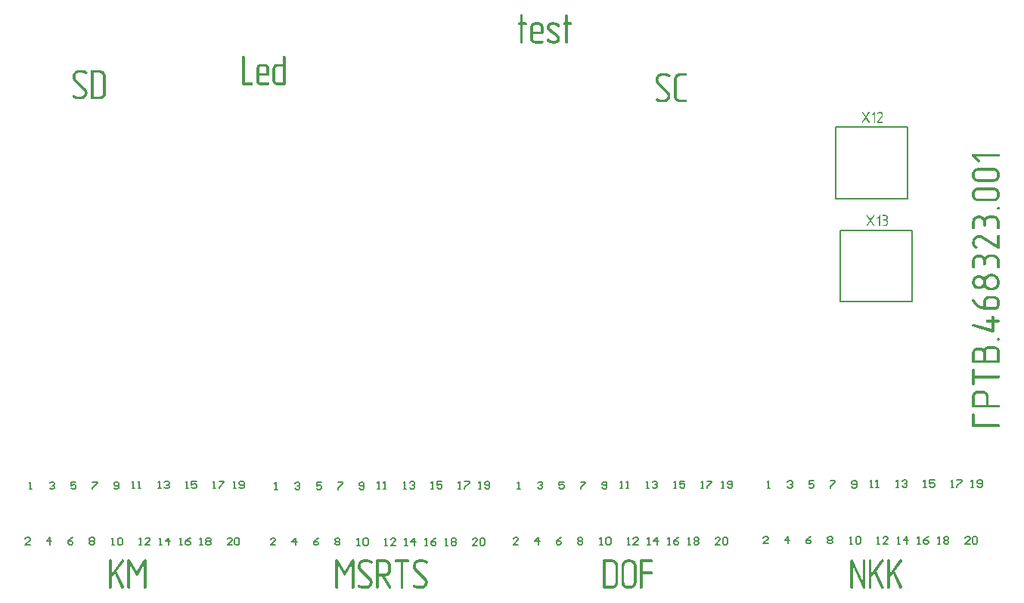
<source format=gto>
G04*
G04 #@! TF.GenerationSoftware,Altium Limited,Altium Designer,23.1.1 (15)*
G04*
G04 Layer_Color=65535*
%FSLAX44Y44*%
%MOMM*%
G71*
G04*
G04 #@! TF.SameCoordinates,885BC21F-CE97-4633-90EB-74F7ABE7E9BF*
G04*
G04*
G04 #@! TF.FilePolarity,Positive*
G04*
G01*
G75*
%ADD10C,0.2000*%
G36*
X973300Y560829D02*
X973448Y560755D01*
X973541Y560718D01*
X973615Y560644D01*
X973633D01*
X973652Y560607D01*
X973726Y560514D01*
X973782Y560384D01*
X973819Y560292D01*
Y560199D01*
Y560181D01*
X973800Y560107D01*
X973782Y559995D01*
X973707Y559847D01*
X970189Y554589D01*
X973707Y549311D01*
X973782Y549126D01*
X973819Y548960D01*
Y548941D01*
Y548923D01*
X973800Y548811D01*
X973726Y548682D01*
X973689Y548608D01*
X973615Y548534D01*
X973578Y548497D01*
X973485Y548441D01*
X973337Y548386D01*
X973152Y548349D01*
X973096D01*
X973041Y548367D01*
X972985Y548386D01*
X972893Y548423D01*
X972819Y548460D01*
X972726Y548534D01*
X972652Y548626D01*
X969430Y553459D01*
X966190Y548626D01*
X966171Y548608D01*
X966134Y548552D01*
X966060Y548478D01*
X965949Y548404D01*
X965671Y548349D01*
X965634D01*
X965542Y548367D01*
X965412Y548423D01*
X965245Y548534D01*
X965208Y548571D01*
X965153Y548663D01*
X965079Y548793D01*
X965060Y548886D01*
X965042Y548978D01*
Y548997D01*
X965060Y549071D01*
X965079Y549182D01*
X965134Y549311D01*
X968671Y554589D01*
X965116Y559866D01*
X965042Y560051D01*
Y560218D01*
Y560236D01*
Y560255D01*
X965060Y560366D01*
X965116Y560495D01*
X965227Y560644D01*
Y560662D01*
X965264Y560681D01*
X965356Y560755D01*
X965505Y560810D01*
X965597Y560847D01*
X965745D01*
X965801Y560829D01*
X965856Y560810D01*
X965949Y560773D01*
X966023Y560718D01*
X966116Y560644D01*
X966190Y560551D01*
X969430Y555718D01*
X972652Y560569D01*
X972671Y560588D01*
X972708Y560644D01*
X972782Y560718D01*
X972874Y560792D01*
X973004Y560847D01*
X973189D01*
X973300Y560829D01*
D02*
G37*
G36*
X985428D02*
X985558Y560810D01*
X985706Y560792D01*
X986040Y560718D01*
X986428Y560607D01*
X986854Y560440D01*
X987058Y560329D01*
X987262Y560199D01*
X987465Y560033D01*
X987669Y559866D01*
X987688Y559847D01*
X987706Y559829D01*
X987762Y559773D01*
X987836Y559699D01*
X987910Y559607D01*
X987984Y559496D01*
X988187Y559218D01*
X988373Y558885D01*
X988521Y558477D01*
X988650Y558033D01*
X988669Y557792D01*
X988687Y557551D01*
Y557514D01*
Y557422D01*
X988669Y557274D01*
X988632Y557070D01*
X988595Y556848D01*
X988521Y556589D01*
X988410Y556311D01*
X988280Y556015D01*
X984243Y549589D01*
X988169D01*
X988280Y549571D01*
X988428Y549497D01*
X988484Y549460D01*
X988558Y549385D01*
X988595Y549348D01*
X988650Y549256D01*
X988706Y549126D01*
X988743Y548960D01*
Y548923D01*
X988724Y548830D01*
X988669Y548700D01*
X988576Y548552D01*
X988558Y548515D01*
X988465Y548460D01*
X988335Y548386D01*
X988243Y548367D01*
X988132Y548349D01*
X983021D01*
X982910Y548367D01*
X982799Y548404D01*
X982670Y548478D01*
X982558Y548552D01*
X982484Y548682D01*
X982447Y548848D01*
Y548886D01*
X982466Y548978D01*
X982503Y549126D01*
X982595Y549311D01*
X987206Y556662D01*
X987225Y556681D01*
X987243Y556755D01*
X987280Y556848D01*
X987336Y556977D01*
X987373Y557107D01*
X987410Y557274D01*
X987428Y557440D01*
X987447Y557607D01*
Y557625D01*
Y557644D01*
Y557737D01*
X987410Y557885D01*
X987373Y558088D01*
X987299Y558292D01*
X987188Y558533D01*
X987021Y558773D01*
X986817Y558996D01*
X986799Y559014D01*
X986762Y559051D01*
X986706Y559088D01*
X986613Y559162D01*
X986410Y559292D01*
X986132Y559440D01*
X986114D01*
X986058Y559459D01*
X985984Y559496D01*
X985873Y559533D01*
X985762Y559551D01*
X985614Y559588D01*
X985280Y559607D01*
X985206D01*
X985114Y559588D01*
X985003Y559570D01*
X984854Y559551D01*
X984706Y559496D01*
X984540Y559440D01*
X984373Y559347D01*
X984354Y559329D01*
X984299Y559292D01*
X984225Y559236D01*
X984114Y559162D01*
X984003Y559051D01*
X983873Y558922D01*
X983651Y558625D01*
X983632Y558607D01*
X983595Y558551D01*
X983521Y558477D01*
X983410Y558403D01*
X983132Y558348D01*
X983095D01*
X982984Y558366D01*
X982836Y558422D01*
X982688Y558514D01*
X982651Y558551D01*
X982595Y558644D01*
X982521Y558773D01*
X982503Y558866D01*
X982484Y558959D01*
Y558977D01*
X982503Y559051D01*
X982540Y559162D01*
X982595Y559310D01*
X982614Y559347D01*
X982670Y559422D01*
X982762Y559551D01*
X982910Y559699D01*
X983077Y559866D01*
X983262Y560051D01*
X983503Y560236D01*
X983762Y560403D01*
X983781Y560421D01*
X983818Y560440D01*
X983892Y560477D01*
X983984Y560514D01*
X984225Y560625D01*
X984484Y560718D01*
X984503D01*
X984540Y560736D01*
X984614Y560755D01*
X984706Y560792D01*
X984947Y560829D01*
X985188Y560847D01*
X985336D01*
X985428Y560829D01*
D02*
G37*
G36*
X979614Y560921D02*
X979725Y560866D01*
X979874Y560755D01*
X979892Y560718D01*
X979966Y560607D01*
X980022Y560440D01*
X980040Y560218D01*
Y548960D01*
Y548941D01*
Y548904D01*
X980022Y548793D01*
X979966Y548645D01*
X979855Y548497D01*
X979818Y548478D01*
X979744Y548423D01*
X979596Y548367D01*
X979410Y548349D01*
X979373D01*
X979262Y548367D01*
X979133Y548404D01*
X978985Y548497D01*
X978948Y548534D01*
X978892Y548608D01*
X978837Y548756D01*
X978800Y548960D01*
Y558718D01*
X977355Y557274D01*
X977318Y557237D01*
X977226Y557181D01*
X977077Y557126D01*
X976911Y557088D01*
X976874D01*
X976781Y557107D01*
X976633Y557163D01*
X976485Y557274D01*
Y557292D01*
X976448Y557311D01*
X976392Y557403D01*
X976318Y557551D01*
X976300Y557625D01*
X976281Y557718D01*
Y557737D01*
Y557755D01*
X976300Y557848D01*
X976355Y557996D01*
X976466Y558144D01*
X978966Y560662D01*
X978985Y560681D01*
X979040Y560736D01*
X979133Y560810D01*
X979225Y560866D01*
X979244Y560884D01*
X979318Y560903D01*
X979410Y560921D01*
X979522Y560940D01*
X979540D01*
X979614Y560921D01*
D02*
G37*
G36*
X978858Y445248D02*
X979006Y445174D01*
X979098Y445137D01*
X979173Y445063D01*
X979191D01*
X979210Y445026D01*
X979284Y444933D01*
X979339Y444804D01*
X979376Y444711D01*
Y444618D01*
Y444600D01*
X979358Y444526D01*
X979339Y444415D01*
X979265Y444267D01*
X975747Y439008D01*
X979265Y433731D01*
X979339Y433545D01*
X979376Y433379D01*
Y433360D01*
Y433342D01*
X979358Y433231D01*
X979284Y433101D01*
X979247Y433027D01*
X979173Y432953D01*
X979136Y432916D01*
X979043Y432860D01*
X978895Y432805D01*
X978710Y432768D01*
X978654D01*
X978598Y432786D01*
X978543Y432805D01*
X978450Y432842D01*
X978376Y432879D01*
X978284Y432953D01*
X978210Y433046D01*
X974988Y437878D01*
X971747Y433046D01*
X971729Y433027D01*
X971692Y432971D01*
X971618Y432897D01*
X971507Y432823D01*
X971229Y432768D01*
X971192D01*
X971099Y432786D01*
X970970Y432842D01*
X970803Y432953D01*
X970766Y432990D01*
X970710Y433083D01*
X970636Y433212D01*
X970618Y433305D01*
X970599Y433397D01*
Y433416D01*
X970618Y433490D01*
X970636Y433601D01*
X970692Y433731D01*
X974229Y439008D01*
X970673Y444285D01*
X970599Y444470D01*
Y444637D01*
Y444655D01*
Y444674D01*
X970618Y444785D01*
X970673Y444915D01*
X970785Y445063D01*
Y445081D01*
X970822Y445100D01*
X970914Y445174D01*
X971062Y445229D01*
X971155Y445266D01*
X971303D01*
X971358Y445248D01*
X971414Y445229D01*
X971507Y445192D01*
X971581Y445137D01*
X971673Y445063D01*
X971747Y444970D01*
X974988Y440137D01*
X978210Y444989D01*
X978228Y445007D01*
X978265Y445063D01*
X978339Y445137D01*
X978432Y445211D01*
X978561Y445266D01*
X978747D01*
X978858Y445248D01*
D02*
G37*
G36*
X991375Y445229D02*
X991505Y445211D01*
X991653Y445192D01*
X991967Y445137D01*
X992356Y445007D01*
X992745Y444841D01*
X992930Y444729D01*
X993115Y444600D01*
X993301Y444452D01*
X993467Y444285D01*
X993486Y444267D01*
X993504Y444248D01*
X993541Y444193D01*
X993597Y444118D01*
X993727Y443933D01*
X993875Y443693D01*
X994004Y443378D01*
X994134Y443007D01*
X994227Y442600D01*
X994264Y442378D01*
Y442137D01*
Y442100D01*
Y442007D01*
X994245Y441859D01*
X994227Y441674D01*
X994171Y441452D01*
X994115Y441230D01*
X994041Y440971D01*
X993949Y440730D01*
X993930Y440711D01*
X993893Y440619D01*
X993819Y440508D01*
X993727Y440359D01*
X993597Y440174D01*
X993449Y439989D01*
X993264Y439785D01*
X993041Y439600D01*
X993060Y439582D01*
X993134Y439526D01*
X993227Y439434D01*
X993338Y439304D01*
X993486Y439156D01*
X993615Y438971D01*
X993764Y438767D01*
X993893Y438526D01*
X993912Y438489D01*
X993949Y438415D01*
X994004Y438286D01*
X994078Y438101D01*
X994134Y437897D01*
X994190Y437656D01*
X994245Y437397D01*
X994264Y437119D01*
Y435878D01*
Y435860D01*
Y435823D01*
Y435749D01*
X994245Y435656D01*
Y435564D01*
X994208Y435434D01*
X994152Y435119D01*
X994041Y434786D01*
X993875Y434416D01*
X993764Y434230D01*
X993652Y434045D01*
X993504Y433860D01*
X993338Y433675D01*
X993319Y433657D01*
X993301Y433638D01*
X993245Y433601D01*
X993171Y433527D01*
X992986Y433397D01*
X992708Y433231D01*
X992393Y433064D01*
X992023Y432916D01*
X991597Y432805D01*
X991375Y432786D01*
X991134Y432768D01*
X988597D01*
X988468Y432786D01*
X988320Y432842D01*
X988172Y432934D01*
Y432953D01*
X988153Y432971D01*
X988098Y433064D01*
X988042Y433212D01*
X988023Y433379D01*
Y433397D01*
Y433416D01*
X988042Y433508D01*
X988079Y433638D01*
X988172Y433786D01*
Y433805D01*
X988209Y433823D01*
X988283Y433897D01*
X988431Y433971D01*
X988523Y434008D01*
X991264D01*
X991412Y434045D01*
X991597Y434082D01*
X991801Y434138D01*
X992023Y434230D01*
X992245Y434360D01*
X992467Y434545D01*
X992486Y434564D01*
X992560Y434638D01*
X992653Y434767D01*
X992745Y434916D01*
X992856Y435119D01*
X992930Y435341D01*
X993004Y435601D01*
X993023Y435878D01*
Y437119D01*
Y437156D01*
Y437249D01*
X992986Y437397D01*
X992949Y437582D01*
X992893Y437786D01*
X992782Y438008D01*
X992653Y438230D01*
X992467Y438452D01*
X992449Y438471D01*
X992375Y438545D01*
X992264Y438638D01*
X992097Y438730D01*
X991912Y438841D01*
X991671Y438915D01*
X991412Y438989D01*
X991134Y439008D01*
X989838D01*
X989727Y439026D01*
X989579Y439082D01*
X989431Y439174D01*
Y439193D01*
X989412Y439212D01*
X989357Y439304D01*
X989283Y439452D01*
X989264Y439619D01*
Y439637D01*
Y439656D01*
X989283Y439748D01*
X989320Y439878D01*
X989412Y440026D01*
Y440045D01*
X989449Y440063D01*
X989542Y440137D01*
X989690Y440211D01*
X989782Y440248D01*
X991171D01*
X991282Y440267D01*
X991431Y440285D01*
X991616Y440322D01*
X991838Y440397D01*
X992060Y440508D01*
X992301Y440637D01*
X992504Y440841D01*
X992523Y440859D01*
X992579Y440933D01*
X992653Y441045D01*
X992745Y441211D01*
X992819Y441396D01*
X992893Y441619D01*
X992949Y441878D01*
X992967Y442156D01*
Y442193D01*
Y442285D01*
X992949Y442415D01*
X992912Y442600D01*
X992856Y442804D01*
X992782Y443007D01*
X992671Y443230D01*
X992523Y443433D01*
X992504Y443452D01*
X992430Y443526D01*
X992319Y443618D01*
X992171Y443730D01*
X991967Y443822D01*
X991727Y443915D01*
X991449Y443989D01*
X991134Y444007D01*
X988597D01*
X988468Y444026D01*
X988320Y444081D01*
X988172Y444174D01*
X988153Y444211D01*
X988098Y444304D01*
X988042Y444433D01*
X988023Y444618D01*
Y444637D01*
Y444655D01*
X988042Y444748D01*
X988079Y444896D01*
X988172Y445044D01*
Y445063D01*
X988209Y445081D01*
X988301Y445155D01*
X988431Y445211D01*
X988523Y445248D01*
X991282D01*
X991375Y445229D01*
D02*
G37*
G36*
X985172Y445340D02*
X985283Y445285D01*
X985431Y445174D01*
X985450Y445137D01*
X985524Y445026D01*
X985579Y444859D01*
X985598Y444637D01*
Y433379D01*
Y433360D01*
Y433323D01*
X985579Y433212D01*
X985524Y433064D01*
X985413Y432916D01*
X985376Y432897D01*
X985302Y432842D01*
X985153Y432786D01*
X984968Y432768D01*
X984931D01*
X984820Y432786D01*
X984690Y432823D01*
X984542Y432916D01*
X984505Y432953D01*
X984450Y433027D01*
X984394Y433175D01*
X984357Y433379D01*
Y443137D01*
X982913Y441693D01*
X982876Y441656D01*
X982783Y441600D01*
X982635Y441545D01*
X982468Y441507D01*
X982431D01*
X982339Y441526D01*
X982191Y441582D01*
X982043Y441693D01*
Y441711D01*
X982005Y441730D01*
X981950Y441822D01*
X981876Y441970D01*
X981857Y442044D01*
X981839Y442137D01*
Y442156D01*
Y442174D01*
X981857Y442267D01*
X981913Y442415D01*
X982024Y442563D01*
X984524Y445081D01*
X984542Y445100D01*
X984598Y445155D01*
X984690Y445229D01*
X984783Y445285D01*
X984801Y445303D01*
X984876Y445322D01*
X984968Y445340D01*
X985079Y445359D01*
X985098D01*
X985172Y445340D01*
D02*
G37*
G36*
X92793Y607647D02*
X93209Y607601D01*
X93672Y607508D01*
X94181Y607369D01*
X94736Y607230D01*
X94829D01*
X95014Y607138D01*
X95292Y607045D01*
X95662Y606906D01*
X96079Y606768D01*
X96541Y606536D01*
X97467Y606027D01*
X97513Y605981D01*
X97606Y605934D01*
X97745Y605796D01*
X97883Y605611D01*
X97930Y605564D01*
X98022Y605379D01*
X98161Y605101D01*
X98254Y604731D01*
Y604685D01*
Y604639D01*
X98207Y604361D01*
X98022Y603945D01*
X97930Y603759D01*
X97745Y603528D01*
X97652Y603435D01*
X97421Y603297D01*
X97004Y603111D01*
X96773Y603065D01*
X96495Y603019D01*
X95708Y603297D01*
X95616Y603343D01*
X95431Y603482D01*
X95060Y603667D01*
X94598Y603898D01*
X94042Y604130D01*
X93394Y604315D01*
X92700Y604454D01*
X91960Y604500D01*
X88304D01*
X87980Y604454D01*
X87563Y604361D01*
X87100Y604176D01*
X86591Y603991D01*
X86129Y603667D01*
X85666Y603250D01*
X85619Y603204D01*
X85481Y603019D01*
X85295Y602788D01*
X85110Y602417D01*
X84925Y602001D01*
X84740Y601492D01*
X84601Y600936D01*
X84555Y600288D01*
X84601Y599548D01*
X84694Y599132D01*
X84787Y598807D01*
Y598761D01*
X84833Y598715D01*
X85018Y598437D01*
X85295Y598021D01*
X85758Y597465D01*
X96079Y586960D01*
X96125Y586914D01*
X96217Y586821D01*
X96402Y586636D01*
X96634Y586405D01*
X96865Y586081D01*
X97097Y585711D01*
X97328Y585294D01*
X97559Y584831D01*
X97745Y584322D01*
X98022Y583350D01*
X98115Y582795D01*
Y582101D01*
Y582055D01*
Y581962D01*
Y581823D01*
X98069Y581592D01*
X98022Y581360D01*
X97976Y581083D01*
X97837Y580342D01*
X97559Y579556D01*
X97143Y578676D01*
X96865Y578260D01*
X96541Y577797D01*
X96171Y577334D01*
X95754Y576918D01*
X95662Y576825D01*
X95431Y576594D01*
X95014Y576270D01*
X94459Y575900D01*
X93765Y575483D01*
X92885Y575159D01*
X91913Y574928D01*
X91358Y574881D01*
X90756Y574835D01*
X87147D01*
X86915Y574881D01*
X86638D01*
X86360Y574928D01*
X85619Y575066D01*
X84787Y575252D01*
X83861Y575576D01*
X82889Y575992D01*
X81964Y576547D01*
X81454Y577103D01*
X81316Y577751D01*
Y577797D01*
Y577843D01*
X81362Y578121D01*
X81501Y578445D01*
X81732Y578861D01*
Y578908D01*
X81825Y578954D01*
X82056Y579185D01*
X82426Y579370D01*
X82658Y579417D01*
X82889Y579463D01*
X83676Y579185D01*
X83768Y579139D01*
X84000Y579000D01*
X84324Y578815D01*
X84787Y578630D01*
X85342Y578399D01*
X85990Y578213D01*
X86684Y578075D01*
X87378Y578028D01*
X90988D01*
X91312Y578075D01*
X91682Y578167D01*
X92145Y578306D01*
X92654Y578537D01*
X93163Y578815D01*
X93626Y579232D01*
X93672Y579278D01*
X93811Y579463D01*
X94042Y579694D01*
X94274Y580065D01*
X94459Y580481D01*
X94690Y580990D01*
X94829Y581499D01*
X94875Y582101D01*
X94783Y582841D01*
Y582888D01*
Y582934D01*
X94690Y583165D01*
Y583212D01*
X94644Y583304D01*
X94551Y583535D01*
Y583582D01*
X94505Y583674D01*
X94459Y583813D01*
X94366Y583998D01*
X94042Y584461D01*
X93626Y585016D01*
X83444Y595198D01*
X83398Y595244D01*
X83306Y595337D01*
X83120Y595568D01*
X82935Y595799D01*
X82704Y596170D01*
X82426Y596586D01*
X82102Y597049D01*
X81825Y597604D01*
Y597650D01*
X81732Y597836D01*
X81686Y598113D01*
X81593Y598437D01*
X81501Y598854D01*
X81408Y599317D01*
X81362Y599826D01*
X81316Y600381D01*
Y600427D01*
Y600520D01*
Y600659D01*
X81362Y600890D01*
X81408Y601121D01*
X81454Y601445D01*
X81593Y602140D01*
X81871Y602926D01*
X82334Y603806D01*
X82565Y604222D01*
X82889Y604685D01*
X83259Y605148D01*
X83676Y605564D01*
Y605611D01*
X83768Y605657D01*
X84000Y605888D01*
X84416Y606258D01*
X84972Y606629D01*
X85666Y606999D01*
X86499Y607369D01*
X87517Y607601D01*
X88026Y607693D01*
X92423D01*
X92793Y607647D01*
D02*
G37*
G36*
X111998D02*
X112276D01*
X112554Y607601D01*
X113248Y607415D01*
X114081Y607184D01*
X114960Y606768D01*
X115840Y606258D01*
X116256Y605888D01*
X116673Y605518D01*
X116719Y605472D01*
X116765Y605425D01*
X117043Y605148D01*
X117367Y604685D01*
X117783Y604083D01*
X118200Y603343D01*
X118570Y602463D01*
X118801Y601445D01*
X118848Y600936D01*
X118894Y600381D01*
Y582101D01*
Y582055D01*
Y581962D01*
Y581823D01*
X118848Y581592D01*
Y581360D01*
X118801Y581036D01*
X118616Y580342D01*
X118385Y579556D01*
X117968Y578676D01*
X117459Y577797D01*
X117089Y577380D01*
X116719Y576964D01*
X116673D01*
X116626Y576871D01*
X116487Y576779D01*
X116349Y576640D01*
X115886Y576270D01*
X115284Y575900D01*
X114497Y575529D01*
X113618Y575159D01*
X112600Y574928D01*
X112045Y574881D01*
X111489Y574835D01*
X103437D01*
X103252Y574881D01*
X102974Y574928D01*
X102696Y575020D01*
X102419Y575205D01*
X102141Y575483D01*
X101956Y575900D01*
X101910Y576409D01*
Y606073D01*
Y606166D01*
X101956Y606351D01*
X102002Y606582D01*
X102095Y606906D01*
X102280Y607184D01*
X102557Y607462D01*
X102974Y607647D01*
X103483Y607693D01*
X111767D01*
X111998Y607647D01*
D02*
G37*
G36*
X1009031Y59312D02*
X1009402Y59127D01*
X1009633Y59034D01*
X1009818Y58849D01*
X1009864D01*
X1009911Y58756D01*
X1010096Y58525D01*
X1010281Y58201D01*
X1010374Y57970D01*
Y57738D01*
Y57646D01*
X1010327Y57414D01*
X1010235Y57137D01*
X1010050Y56813D01*
X1001997Y46215D01*
X1010188Y28721D01*
X1010281Y28305D01*
Y28259D01*
X1010327Y28166D01*
Y28120D01*
Y28027D01*
X1010281Y27888D01*
Y27750D01*
X1010096Y27333D01*
X1010003Y27102D01*
X1009818Y26916D01*
X1009726Y26870D01*
X1009494Y26731D01*
X1009078Y26546D01*
X1008569Y26500D01*
X1007828Y26639D01*
X1007273Y27333D01*
X999822Y43762D01*
X996629Y38949D01*
Y28073D01*
Y28027D01*
Y27935D01*
X996582Y27657D01*
X996444Y27287D01*
X996166Y26916D01*
X996073Y26870D01*
X995842Y26731D01*
X995425Y26546D01*
X994963Y26500D01*
X994916D01*
X994731Y26546D01*
X994407Y26639D01*
X993944Y26778D01*
X993852Y26870D01*
X993667Y27102D01*
X993482Y27518D01*
X993436Y27796D01*
X993389Y28073D01*
Y57738D01*
Y57785D01*
Y57831D01*
X993436Y58062D01*
X993574Y58432D01*
X993852Y58803D01*
Y58849D01*
X993944Y58895D01*
X994176Y59080D01*
X994500Y59265D01*
X994731Y59358D01*
X995055D01*
X995333Y59312D01*
X995703Y59173D01*
X996073Y58895D01*
X996120D01*
X996166Y58803D01*
X996351Y58618D01*
X996536Y58247D01*
X996629Y58016D01*
Y57738D01*
Y43392D01*
X1007365Y58618D01*
X1007412Y58664D01*
X1007458Y58756D01*
X1007736Y58988D01*
X1008106Y59265D01*
X1008383Y59312D01*
X1008661Y59358D01*
X1008754D01*
X1009031Y59312D01*
D02*
G37*
G36*
X988437D02*
X988808Y59127D01*
X989039Y59034D01*
X989224Y58849D01*
X989270D01*
X989317Y58756D01*
X989502Y58525D01*
X989687Y58201D01*
X989779Y57970D01*
Y57738D01*
Y57646D01*
X989733Y57414D01*
X989641Y57137D01*
X989455Y56813D01*
X981403Y46215D01*
X989594Y28721D01*
X989687Y28305D01*
Y28259D01*
X989733Y28166D01*
Y28120D01*
Y28027D01*
X989687Y27888D01*
Y27750D01*
X989502Y27333D01*
X989409Y27102D01*
X989224Y26916D01*
X989131Y26870D01*
X988900Y26731D01*
X988484Y26546D01*
X987975Y26500D01*
X987234Y26639D01*
X986679Y27333D01*
X979228Y43762D01*
X976035Y38949D01*
Y28073D01*
Y28027D01*
Y27935D01*
X975988Y27657D01*
X975850Y27287D01*
X975572Y26916D01*
X975479Y26870D01*
X975248Y26731D01*
X974831Y26546D01*
X974369Y26500D01*
X974322D01*
X974137Y26546D01*
X973813Y26639D01*
X973351Y26778D01*
X973258Y26870D01*
X973073Y27102D01*
X972888Y27518D01*
X972841Y27796D01*
X972795Y28073D01*
Y57738D01*
Y57785D01*
Y57831D01*
X972841Y58062D01*
X972980Y58432D01*
X973258Y58803D01*
Y58849D01*
X973351Y58895D01*
X973582Y59080D01*
X973906Y59265D01*
X974137Y59358D01*
X974461D01*
X974739Y59312D01*
X975109Y59173D01*
X975479Y58895D01*
X975526D01*
X975572Y58803D01*
X975757Y58618D01*
X975942Y58247D01*
X976035Y58016D01*
Y57738D01*
Y43392D01*
X986771Y58618D01*
X986818Y58664D01*
X986864Y58756D01*
X987141Y58988D01*
X987512Y59265D01*
X987789Y59312D01*
X988067Y59358D01*
X988160D01*
X988437Y59312D01*
D02*
G37*
G36*
X967890D02*
X968260Y59173D01*
X968630Y58895D01*
X968676D01*
X968723Y58803D01*
X968908Y58618D01*
X969093Y58247D01*
X969185Y58016D01*
Y57738D01*
Y28073D01*
Y27981D01*
X969139Y27796D01*
X969000Y27426D01*
X968723Y26963D01*
X968676D01*
X968630Y26870D01*
X968352Y26731D01*
X967936Y26593D01*
X967427Y26500D01*
X966686Y26639D01*
X966085Y27333D01*
X955441Y52092D01*
Y28073D01*
Y28027D01*
Y27935D01*
X955394Y27657D01*
X955255Y27287D01*
X954978Y26916D01*
X954885Y26870D01*
X954654Y26731D01*
X954237Y26546D01*
X953774Y26500D01*
X953728D01*
X953543Y26546D01*
X953219Y26639D01*
X952756Y26824D01*
X952664Y26916D01*
X952479Y27148D01*
X952294Y27518D01*
X952247Y27796D01*
X952201Y28073D01*
Y57738D01*
Y57785D01*
Y57831D01*
X952247Y58062D01*
X952386Y58432D01*
X952664Y58803D01*
Y58849D01*
X952756Y58895D01*
X952988Y59080D01*
X953312Y59265D01*
X953543Y59358D01*
X953867D01*
X954052Y59312D01*
X954284Y59265D01*
X954607Y59127D01*
X954700Y59080D01*
X954746Y59034D01*
X954839Y58895D01*
X954978Y58756D01*
X955070Y58525D01*
X955209Y58247D01*
X955302Y57877D01*
X965946Y33766D01*
Y57738D01*
Y57785D01*
Y57831D01*
X965992Y58062D01*
X966131Y58432D01*
X966409Y58803D01*
Y58849D01*
X966501Y58895D01*
X966733Y59080D01*
X967057Y59265D01*
X967288Y59358D01*
X967612D01*
X967890Y59312D01*
D02*
G37*
G36*
X473896D02*
X474313Y59265D01*
X474776Y59173D01*
X475285Y59034D01*
X475840Y58895D01*
X475933D01*
X476118Y58803D01*
X476395Y58710D01*
X476766Y58571D01*
X477182Y58432D01*
X477645Y58201D01*
X478571Y57692D01*
X478617Y57646D01*
X478709Y57599D01*
X478848Y57460D01*
X478987Y57275D01*
X479033Y57229D01*
X479126Y57044D01*
X479265Y56766D01*
X479357Y56396D01*
Y56350D01*
Y56304D01*
X479311Y56026D01*
X479126Y55609D01*
X479033Y55424D01*
X478848Y55193D01*
X478756Y55100D01*
X478524Y54962D01*
X478108Y54776D01*
X477877Y54730D01*
X477599Y54684D01*
X476812Y54962D01*
X476720Y55008D01*
X476534Y55147D01*
X476164Y55332D01*
X475701Y55563D01*
X475146Y55795D01*
X474498Y55980D01*
X473804Y56118D01*
X473064Y56165D01*
X469407D01*
X469084Y56118D01*
X468667Y56026D01*
X468204Y55841D01*
X467695Y55656D01*
X467232Y55332D01*
X466770Y54915D01*
X466723Y54869D01*
X466584Y54684D01*
X466399Y54452D01*
X466214Y54082D01*
X466029Y53666D01*
X465844Y53157D01*
X465705Y52601D01*
X465659Y51953D01*
X465705Y51213D01*
X465798Y50796D01*
X465890Y50472D01*
Y50426D01*
X465937Y50380D01*
X466122Y50102D01*
X466399Y49686D01*
X466862Y49130D01*
X477182Y38625D01*
X477229Y38579D01*
X477321Y38486D01*
X477506Y38301D01*
X477738Y38070D01*
X477969Y37746D01*
X478200Y37376D01*
X478432Y36959D01*
X478663Y36496D01*
X478848Y35987D01*
X479126Y35015D01*
X479218Y34460D01*
Y33766D01*
Y33719D01*
Y33627D01*
Y33488D01*
X479172Y33257D01*
X479126Y33025D01*
X479080Y32748D01*
X478941Y32007D01*
X478663Y31220D01*
X478247Y30341D01*
X477969Y29925D01*
X477645Y29462D01*
X477275Y28999D01*
X476858Y28582D01*
X476766Y28490D01*
X476534Y28259D01*
X476118Y27935D01*
X475563Y27564D01*
X474868Y27148D01*
X473989Y26824D01*
X473017Y26593D01*
X472462Y26546D01*
X471860Y26500D01*
X468251D01*
X468019Y26546D01*
X467741D01*
X467464Y26593D01*
X466723Y26731D01*
X465890Y26916D01*
X464965Y27241D01*
X463993Y27657D01*
X463067Y28212D01*
X462558Y28768D01*
X462419Y29416D01*
Y29462D01*
Y29508D01*
X462466Y29786D01*
X462604Y30110D01*
X462836Y30526D01*
Y30573D01*
X462928Y30619D01*
X463160Y30850D01*
X463530Y31035D01*
X463761Y31082D01*
X463993Y31128D01*
X464780Y30850D01*
X464872Y30804D01*
X465103Y30665D01*
X465428Y30480D01*
X465890Y30295D01*
X466446Y30064D01*
X467094Y29878D01*
X467788Y29739D01*
X468482Y29693D01*
X472092D01*
X472416Y29739D01*
X472786Y29832D01*
X473249Y29971D01*
X473758Y30202D01*
X474267Y30480D01*
X474729Y30896D01*
X474776Y30943D01*
X474915Y31128D01*
X475146Y31359D01*
X475377Y31730D01*
X475563Y32146D01*
X475794Y32655D01*
X475933Y33164D01*
X475979Y33766D01*
X475886Y34506D01*
Y34553D01*
Y34599D01*
X475794Y34830D01*
Y34876D01*
X475748Y34969D01*
X475655Y35200D01*
Y35247D01*
X475609Y35339D01*
X475563Y35478D01*
X475470Y35663D01*
X475146Y36126D01*
X474729Y36681D01*
X464548Y46863D01*
X464502Y46909D01*
X464409Y47002D01*
X464224Y47233D01*
X464039Y47464D01*
X463808Y47835D01*
X463530Y48251D01*
X463206Y48714D01*
X462928Y49269D01*
Y49315D01*
X462836Y49501D01*
X462790Y49778D01*
X462697Y50102D01*
X462604Y50519D01*
X462512Y50981D01*
X462466Y51491D01*
X462419Y52046D01*
Y52092D01*
Y52185D01*
Y52324D01*
X462466Y52555D01*
X462512Y52786D01*
X462558Y53110D01*
X462697Y53804D01*
X462975Y54591D01*
X463438Y55470D01*
X463669Y55887D01*
X463993Y56350D01*
X464363Y56813D01*
X464780Y57229D01*
Y57275D01*
X464872Y57322D01*
X465103Y57553D01*
X465520Y57923D01*
X466075Y58293D01*
X466770Y58664D01*
X467603Y59034D01*
X468621Y59265D01*
X469130Y59358D01*
X473526D01*
X473896Y59312D01*
D02*
G37*
G36*
X412114D02*
X412531Y59265D01*
X412994Y59173D01*
X413503Y59034D01*
X414058Y58895D01*
X414151D01*
X414336Y58803D01*
X414613Y58710D01*
X414984Y58571D01*
X415400Y58432D01*
X415863Y58201D01*
X416788Y57692D01*
X416835Y57646D01*
X416927Y57599D01*
X417066Y57460D01*
X417205Y57275D01*
X417251Y57229D01*
X417344Y57044D01*
X417483Y56766D01*
X417575Y56396D01*
Y56350D01*
Y56304D01*
X417529Y56026D01*
X417344Y55609D01*
X417251Y55424D01*
X417066Y55193D01*
X416974Y55100D01*
X416742Y54962D01*
X416326Y54776D01*
X416094Y54730D01*
X415817Y54684D01*
X415030Y54962D01*
X414937Y55008D01*
X414752Y55147D01*
X414382Y55332D01*
X413919Y55563D01*
X413364Y55795D01*
X412716Y55980D01*
X412022Y56118D01*
X411281Y56165D01*
X407625D01*
X407301Y56118D01*
X406885Y56026D01*
X406422Y55841D01*
X405913Y55656D01*
X405450Y55332D01*
X404987Y54915D01*
X404941Y54869D01*
X404802Y54684D01*
X404617Y54452D01*
X404432Y54082D01*
X404247Y53666D01*
X404062Y53157D01*
X403923Y52601D01*
X403877Y51953D01*
X403923Y51213D01*
X404016Y50796D01*
X404108Y50472D01*
Y50426D01*
X404154Y50380D01*
X404339Y50102D01*
X404617Y49686D01*
X405080Y49130D01*
X415400Y38625D01*
X415446Y38579D01*
X415539Y38486D01*
X415724Y38301D01*
X415955Y38070D01*
X416187Y37746D01*
X416418Y37376D01*
X416650Y36959D01*
X416881Y36496D01*
X417066Y35987D01*
X417344Y35015D01*
X417436Y34460D01*
Y33766D01*
Y33719D01*
Y33627D01*
Y33488D01*
X417390Y33257D01*
X417344Y33025D01*
X417298Y32748D01*
X417159Y32007D01*
X416881Y31220D01*
X416465Y30341D01*
X416187Y29925D01*
X415863Y29462D01*
X415493Y28999D01*
X415076Y28582D01*
X414984Y28490D01*
X414752Y28259D01*
X414336Y27935D01*
X413780Y27564D01*
X413086Y27148D01*
X412207Y26824D01*
X411235Y26593D01*
X410680Y26546D01*
X410078Y26500D01*
X406468D01*
X406237Y26546D01*
X405959D01*
X405681Y26593D01*
X404941Y26731D01*
X404108Y26916D01*
X403182Y27241D01*
X402211Y27657D01*
X401285Y28212D01*
X400776Y28768D01*
X400637Y29416D01*
Y29462D01*
Y29508D01*
X400683Y29786D01*
X400822Y30110D01*
X401054Y30526D01*
Y30573D01*
X401146Y30619D01*
X401378Y30850D01*
X401748Y31035D01*
X401979Y31082D01*
X402211Y31128D01*
X402997Y30850D01*
X403090Y30804D01*
X403321Y30665D01*
X403645Y30480D01*
X404108Y30295D01*
X404663Y30064D01*
X405311Y29878D01*
X406006Y29739D01*
X406700Y29693D01*
X410309D01*
X410633Y29739D01*
X411004Y29832D01*
X411466Y29971D01*
X411976Y30202D01*
X412485Y30480D01*
X412947Y30896D01*
X412994Y30943D01*
X413132Y31128D01*
X413364Y31359D01*
X413595Y31730D01*
X413780Y32146D01*
X414012Y32655D01*
X414151Y33164D01*
X414197Y33766D01*
X414104Y34506D01*
Y34553D01*
Y34599D01*
X414012Y34830D01*
Y34876D01*
X413965Y34969D01*
X413873Y35200D01*
Y35247D01*
X413827Y35339D01*
X413780Y35478D01*
X413688Y35663D01*
X413364Y36126D01*
X412947Y36681D01*
X402766Y46863D01*
X402720Y46909D01*
X402627Y47002D01*
X402442Y47233D01*
X402257Y47464D01*
X402025Y47835D01*
X401748Y48251D01*
X401424Y48714D01*
X401146Y49269D01*
Y49315D01*
X401054Y49501D01*
X401007Y49778D01*
X400915Y50102D01*
X400822Y50519D01*
X400730Y50981D01*
X400683Y51491D01*
X400637Y52046D01*
Y52092D01*
Y52185D01*
Y52324D01*
X400683Y52555D01*
X400730Y52786D01*
X400776Y53110D01*
X400915Y53804D01*
X401193Y54591D01*
X401655Y55470D01*
X401887Y55887D01*
X402211Y56350D01*
X402581Y56813D01*
X402997Y57229D01*
Y57275D01*
X403090Y57322D01*
X403321Y57553D01*
X403738Y57923D01*
X404293Y58293D01*
X404987Y58664D01*
X405820Y59034D01*
X406838Y59265D01*
X407348Y59358D01*
X411744D01*
X412114Y59312D01*
D02*
G37*
G36*
X395778Y59497D02*
X396148Y59312D01*
X396333Y59173D01*
X396518Y58988D01*
X396611Y58895D01*
X396750Y58664D01*
X396889Y58247D01*
X396981Y57738D01*
Y28073D01*
Y28027D01*
Y27935D01*
X396935Y27657D01*
X396796Y27287D01*
X396518Y26916D01*
X396426Y26870D01*
X396194Y26731D01*
X395778Y26546D01*
X395315Y26500D01*
X395269D01*
X395084Y26546D01*
X394714Y26639D01*
X394251Y26824D01*
X394158Y26916D01*
X394019Y27148D01*
X393834Y27518D01*
X393788Y27796D01*
X393742Y28073D01*
Y53249D01*
X387587Y42096D01*
X387540Y42050D01*
X387494Y41957D01*
X387355Y41818D01*
X387216Y41679D01*
X386754Y41356D01*
X386476Y41263D01*
X386152Y41217D01*
X386013D01*
X385874Y41263D01*
X385689Y41356D01*
X385458Y41448D01*
X385226Y41633D01*
X384995Y41865D01*
X384763Y42189D01*
X378747Y53249D01*
Y28073D01*
Y28027D01*
Y27935D01*
X378701Y27657D01*
X378516Y27241D01*
X378423Y27055D01*
X378238Y26870D01*
X378146Y26824D01*
X377914Y26685D01*
X377544Y26546D01*
X377081Y26500D01*
X377035D01*
X376850Y26546D01*
X376526Y26639D01*
X376063Y26778D01*
X375970Y26870D01*
X375785Y27102D01*
X375600Y27518D01*
X375554Y27796D01*
X375508Y28073D01*
Y57738D01*
Y57785D01*
Y57877D01*
Y58016D01*
X375554Y58201D01*
X375647Y58618D01*
X375878Y59034D01*
Y59080D01*
X375970Y59127D01*
X376156Y59312D01*
X376526Y59450D01*
X376757Y59543D01*
X377266D01*
X377498Y59450D01*
X377729Y59358D01*
X377775D01*
X377914Y59265D01*
X378007Y59173D01*
X378099Y59034D01*
X378284Y58849D01*
X378470Y58618D01*
X386198Y45613D01*
X393927Y58571D01*
X393973Y58618D01*
X394019Y58710D01*
X394158Y58895D01*
X394343Y59080D01*
X394806Y59404D01*
X395084Y59497D01*
X395408Y59543D01*
X395500D01*
X395778Y59497D01*
D02*
G37*
G36*
X457467Y59312D02*
X457838Y59127D01*
X458069Y59034D01*
X458254Y58849D01*
X458301D01*
X458347Y58756D01*
X458532Y58525D01*
X458671Y58155D01*
X458763Y57970D01*
Y57738D01*
Y57692D01*
Y57646D01*
X458717Y57414D01*
X458578Y57044D01*
X458301Y56674D01*
X458208Y56581D01*
X457977Y56442D01*
X457606Y56257D01*
X457375Y56211D01*
X457097Y56165D01*
X451914D01*
Y28073D01*
Y28027D01*
Y27935D01*
X451868Y27657D01*
X451729Y27287D01*
X451451Y26916D01*
X451359Y26870D01*
X451127Y26731D01*
X450711Y26546D01*
X450248Y26500D01*
X450202D01*
X450017Y26546D01*
X449693Y26639D01*
X449230Y26778D01*
X449137Y26870D01*
X448952Y27102D01*
X448767Y27518D01*
X448721Y27796D01*
X448675Y28073D01*
Y56165D01*
X443260D01*
X442982Y56211D01*
X442612Y56350D01*
X442242Y56581D01*
Y56627D01*
X442196Y56674D01*
X442057Y56905D01*
X441872Y57275D01*
X441825Y57738D01*
Y57785D01*
X441872Y58016D01*
X441964Y58293D01*
X442196Y58710D01*
Y58756D01*
X442288Y58803D01*
X442473Y59034D01*
X442843Y59265D01*
X443121Y59312D01*
X443399Y59358D01*
X457190D01*
X457467Y59312D01*
D02*
G37*
G36*
X431320D02*
X431598D01*
X431875Y59265D01*
X432570Y59080D01*
X433402Y58849D01*
X434282Y58432D01*
X435161Y57923D01*
X435578Y57553D01*
X435994Y57183D01*
X436040Y57137D01*
X436087Y57090D01*
X436364Y56813D01*
X436688Y56350D01*
X437105Y55748D01*
X437521Y55008D01*
X437892Y54128D01*
X438123Y53110D01*
X438169Y52601D01*
X438215Y52046D01*
Y47464D01*
Y47418D01*
Y47326D01*
Y47187D01*
X438169Y46955D01*
Y46724D01*
X438123Y46400D01*
X437938Y45706D01*
X437706Y44873D01*
X437290Y44040D01*
X436781Y43160D01*
X436411Y42744D01*
X436040Y42327D01*
X435994D01*
X435948Y42235D01*
X435809Y42142D01*
X435670Y42003D01*
X435207Y41633D01*
X434606Y41263D01*
X433819Y40893D01*
X432940Y40522D01*
X431922Y40291D01*
X431366Y40245D01*
X430811Y40198D01*
X431042D01*
X438030Y28768D01*
X438077Y28721D01*
X438123Y28582D01*
X438169Y28351D01*
X438215Y28027D01*
Y27981D01*
Y27935D01*
X438169Y27657D01*
X437984Y27287D01*
X437845Y27102D01*
X437660Y26870D01*
X437568Y26824D01*
X437336Y26685D01*
X436966Y26546D01*
X436503Y26500D01*
X436272D01*
X435994Y26546D01*
X435717Y26639D01*
X435670Y26685D01*
X435531Y26824D01*
X435346Y27009D01*
X435115Y27333D01*
X427618Y40198D01*
X424471D01*
Y28073D01*
Y28027D01*
Y27935D01*
X424424Y27657D01*
X424286Y27287D01*
X424008Y26916D01*
X423915Y26870D01*
X423684Y26731D01*
X423268Y26546D01*
X422805Y26500D01*
X422758D01*
X422573Y26546D01*
X422249Y26639D01*
X421787Y26778D01*
X421694Y26870D01*
X421509Y27102D01*
X421324Y27518D01*
X421278Y27796D01*
X421231Y28073D01*
Y57738D01*
Y57831D01*
X421278Y58016D01*
X421324Y58247D01*
X421416Y58571D01*
X421601Y58849D01*
X421879Y59127D01*
X422296Y59312D01*
X422805Y59358D01*
X431089D01*
X431320Y59312D01*
D02*
G37*
G36*
X163050Y59497D02*
X163420Y59312D01*
X163605Y59173D01*
X163790Y58988D01*
X163883Y58895D01*
X164022Y58664D01*
X164161Y58247D01*
X164253Y57738D01*
Y28073D01*
Y28027D01*
Y27935D01*
X164207Y27657D01*
X164068Y27287D01*
X163790Y26916D01*
X163698Y26870D01*
X163466Y26731D01*
X163050Y26546D01*
X162587Y26500D01*
X162541D01*
X162356Y26546D01*
X161986Y26639D01*
X161523Y26824D01*
X161430Y26916D01*
X161291Y27148D01*
X161106Y27518D01*
X161060Y27796D01*
X161014Y28073D01*
Y53249D01*
X154859Y42096D01*
X154812Y42050D01*
X154766Y41957D01*
X154627Y41818D01*
X154488Y41679D01*
X154026Y41356D01*
X153748Y41263D01*
X153424Y41217D01*
X153285D01*
X153146Y41263D01*
X152961Y41356D01*
X152730Y41448D01*
X152499Y41633D01*
X152267Y41865D01*
X152036Y42189D01*
X146019Y53249D01*
Y28073D01*
Y28027D01*
Y27935D01*
X145973Y27657D01*
X145788Y27241D01*
X145695Y27055D01*
X145510Y26870D01*
X145418Y26824D01*
X145186Y26685D01*
X144816Y26546D01*
X144353Y26500D01*
X144307D01*
X144122Y26546D01*
X143798Y26639D01*
X143335Y26778D01*
X143243Y26870D01*
X143058Y27102D01*
X142872Y27518D01*
X142826Y27796D01*
X142780Y28073D01*
Y57738D01*
Y57785D01*
Y57877D01*
Y58016D01*
X142826Y58201D01*
X142919Y58618D01*
X143150Y59034D01*
Y59080D01*
X143243Y59127D01*
X143428Y59312D01*
X143798Y59450D01*
X144029Y59543D01*
X144538D01*
X144770Y59450D01*
X145001Y59358D01*
X145048D01*
X145186Y59265D01*
X145279Y59173D01*
X145372Y59034D01*
X145557Y58849D01*
X145742Y58618D01*
X153470Y45613D01*
X161199Y58571D01*
X161245Y58618D01*
X161291Y58710D01*
X161430Y58895D01*
X161615Y59080D01*
X162078Y59404D01*
X162356Y59497D01*
X162680Y59543D01*
X162772D01*
X163050Y59497D01*
D02*
G37*
G36*
X137828Y59312D02*
X138198Y59127D01*
X138430Y59034D01*
X138615Y58849D01*
X138661D01*
X138707Y58756D01*
X138892Y58525D01*
X139078Y58201D01*
X139170Y57970D01*
Y57738D01*
Y57646D01*
X139124Y57414D01*
X139031Y57137D01*
X138846Y56813D01*
X130794Y46215D01*
X138985Y28721D01*
X139078Y28305D01*
Y28259D01*
X139124Y28166D01*
Y28120D01*
Y28027D01*
X139078Y27888D01*
Y27750D01*
X138892Y27333D01*
X138800Y27102D01*
X138615Y26916D01*
X138522Y26870D01*
X138291Y26731D01*
X137874Y26546D01*
X137365Y26500D01*
X136625Y26639D01*
X136069Y27333D01*
X128619Y43762D01*
X125425Y38949D01*
Y28073D01*
Y28027D01*
Y27935D01*
X125379Y27657D01*
X125240Y27287D01*
X124963Y26916D01*
X124870Y26870D01*
X124639Y26731D01*
X124222Y26546D01*
X123759Y26500D01*
X123713D01*
X123528Y26546D01*
X123204Y26639D01*
X122741Y26778D01*
X122649Y26870D01*
X122464Y27102D01*
X122278Y27518D01*
X122232Y27796D01*
X122186Y28073D01*
Y57738D01*
Y57785D01*
Y57831D01*
X122232Y58062D01*
X122371Y58432D01*
X122649Y58803D01*
Y58849D01*
X122741Y58895D01*
X122973Y59080D01*
X123296Y59265D01*
X123528Y59358D01*
X123852D01*
X124129Y59312D01*
X124500Y59173D01*
X124870Y58895D01*
X124916D01*
X124963Y58803D01*
X125148Y58618D01*
X125333Y58247D01*
X125425Y58016D01*
Y57738D01*
Y43392D01*
X136162Y58618D01*
X136208Y58664D01*
X136255Y58756D01*
X136532Y58988D01*
X136903Y59265D01*
X137180Y59312D01*
X137458Y59358D01*
X137550D01*
X137828Y59312D01*
D02*
G37*
G36*
X729911D02*
X730281Y59127D01*
X730512Y59034D01*
X730697Y58849D01*
X730744D01*
X730790Y58756D01*
X730975Y58525D01*
X731114Y58155D01*
X731207Y57970D01*
Y57738D01*
Y57692D01*
Y57646D01*
X731160Y57414D01*
X731021Y57044D01*
X730744Y56674D01*
X730651Y56581D01*
X730420Y56442D01*
X730050Y56257D01*
X729818Y56211D01*
X729540Y56165D01*
X719776D01*
Y45613D01*
X729633D01*
X729911Y45567D01*
X730281Y45382D01*
X730512Y45289D01*
X730697Y45104D01*
X730744D01*
X730790Y45012D01*
X730975Y44780D01*
X731114Y44410D01*
X731207Y44225D01*
Y43993D01*
Y43947D01*
Y43901D01*
X731160Y43669D01*
X731021Y43299D01*
X730744Y42929D01*
X730651Y42836D01*
X730420Y42698D01*
X730050Y42512D01*
X729818Y42466D01*
X729540Y42420D01*
X719776D01*
Y28073D01*
Y28027D01*
Y27935D01*
X719729Y27657D01*
X719591Y27287D01*
X719313Y26916D01*
X719220Y26870D01*
X718989Y26731D01*
X718572Y26546D01*
X718110Y26500D01*
X718063D01*
X717878Y26546D01*
X717554Y26639D01*
X717092Y26778D01*
X716999Y26870D01*
X716814Y27102D01*
X716629Y27518D01*
X716582Y27796D01*
X716536Y28073D01*
Y57738D01*
Y57831D01*
X716582Y58016D01*
X716629Y58247D01*
X716721Y58571D01*
X716906Y58849D01*
X717184Y59127D01*
X717601Y59312D01*
X718110Y59358D01*
X729633D01*
X729911Y59312D01*
D02*
G37*
G36*
X706031D02*
X706309D01*
X706586Y59265D01*
X707280Y59080D01*
X708113Y58849D01*
X708993Y58432D01*
X709872Y57923D01*
X710288Y57553D01*
X710705Y57183D01*
X710751Y57137D01*
X710798Y57090D01*
X711075Y56813D01*
X711399Y56350D01*
X711816Y55748D01*
X712232Y55008D01*
X712602Y54128D01*
X712834Y53110D01*
X712880Y52601D01*
X712926Y52046D01*
Y33766D01*
Y33719D01*
Y33627D01*
Y33488D01*
X712880Y33257D01*
Y33025D01*
X712834Y32701D01*
X712649Y32007D01*
X712417Y31220D01*
X712001Y30341D01*
X711492Y29462D01*
X711122Y29045D01*
X710751Y28629D01*
X710705D01*
X710659Y28536D01*
X710520Y28444D01*
X710381Y28305D01*
X709918Y27935D01*
X709317Y27564D01*
X708530Y27194D01*
X707651Y26824D01*
X706633Y26593D01*
X706077Y26546D01*
X705522Y26500D01*
X702977D01*
X702791Y26546D01*
X702514D01*
X702236Y26593D01*
X701542Y26778D01*
X700755Y27009D01*
X699922Y27379D01*
X699043Y27888D01*
X698580Y28212D01*
X698164Y28582D01*
X698117Y28629D01*
X698071Y28675D01*
X697978Y28814D01*
X697840Y28953D01*
X697469Y29416D01*
X697053Y30017D01*
X696636Y30804D01*
X696312Y31683D01*
X696035Y32655D01*
X695988Y33210D01*
X695942Y33766D01*
Y52046D01*
Y52092D01*
Y52185D01*
Y52324D01*
X695988Y52555D01*
Y52786D01*
X696035Y53064D01*
X696220Y53758D01*
X696451Y54591D01*
X696821Y55424D01*
X697330Y56304D01*
X697654Y56720D01*
X698025Y57137D01*
X698071Y57183D01*
X698117Y57229D01*
X698256Y57322D01*
X698395Y57507D01*
X698858Y57831D01*
X699459Y58247D01*
X700246Y58664D01*
X701125Y59034D01*
X702143Y59265D01*
X702699Y59312D01*
X703254Y59358D01*
X705799D01*
X706031Y59312D01*
D02*
G37*
G36*
X685437D02*
X685714D01*
X685992Y59265D01*
X686686Y59080D01*
X687519Y58849D01*
X688399Y58432D01*
X689278Y57923D01*
X689695Y57553D01*
X690111Y57183D01*
X690157Y57137D01*
X690203Y57090D01*
X690481Y56813D01*
X690805Y56350D01*
X691222Y55748D01*
X691638Y55008D01*
X692008Y54128D01*
X692240Y53110D01*
X692286Y52601D01*
X692332Y52046D01*
Y33766D01*
Y33719D01*
Y33627D01*
Y33488D01*
X692286Y33257D01*
Y33025D01*
X692240Y32701D01*
X692055Y32007D01*
X691823Y31220D01*
X691407Y30341D01*
X690898Y29462D01*
X690527Y29045D01*
X690157Y28629D01*
X690111D01*
X690065Y28536D01*
X689926Y28444D01*
X689787Y28305D01*
X689324Y27935D01*
X688723Y27564D01*
X687936Y27194D01*
X687057Y26824D01*
X686039Y26593D01*
X685483Y26546D01*
X684928Y26500D01*
X676875D01*
X676690Y26546D01*
X676413Y26593D01*
X676135Y26685D01*
X675857Y26870D01*
X675579Y27148D01*
X675394Y27564D01*
X675348Y28073D01*
Y57738D01*
Y57831D01*
X675394Y58016D01*
X675441Y58247D01*
X675533Y58571D01*
X675718Y58849D01*
X675996Y59127D01*
X676413Y59312D01*
X676921Y59358D01*
X685205D01*
X685437Y59312D01*
D02*
G37*
G36*
X745511Y604208D02*
X745928Y604161D01*
X746391Y604069D01*
X746900Y603930D01*
X747455Y603791D01*
X747548D01*
X747733Y603699D01*
X748010Y603606D01*
X748381Y603467D01*
X748797Y603329D01*
X749260Y603097D01*
X750185Y602588D01*
X750232Y602542D01*
X750324Y602495D01*
X750463Y602357D01*
X750602Y602172D01*
X750648Y602125D01*
X750741Y601940D01*
X750880Y601662D01*
X750972Y601292D01*
Y601246D01*
Y601200D01*
X750926Y600922D01*
X750741Y600505D01*
X750648Y600320D01*
X750463Y600089D01*
X750371Y599996D01*
X750139Y599858D01*
X749723Y599673D01*
X749491Y599626D01*
X749214Y599580D01*
X748427Y599858D01*
X748334Y599904D01*
X748149Y600043D01*
X747779Y600228D01*
X747316Y600459D01*
X746761Y600691D01*
X746113Y600876D01*
X745419Y601015D01*
X744678Y601061D01*
X741022D01*
X740698Y601015D01*
X740282Y600922D01*
X739819Y600737D01*
X739310Y600552D01*
X738847Y600228D01*
X738384Y599811D01*
X738338Y599765D01*
X738199Y599580D01*
X738014Y599348D01*
X737829Y598978D01*
X737644Y598562D01*
X737459Y598053D01*
X737320Y597497D01*
X737274Y596850D01*
X737320Y596109D01*
X737412Y595692D01*
X737505Y595369D01*
Y595322D01*
X737551Y595276D01*
X737736Y594998D01*
X738014Y594582D01*
X738477Y594026D01*
X748797Y583521D01*
X748843Y583475D01*
X748936Y583382D01*
X749121Y583197D01*
X749352Y582966D01*
X749584Y582642D01*
X749815Y582272D01*
X750047Y581855D01*
X750278Y581392D01*
X750463Y580883D01*
X750741Y579911D01*
X750833Y579356D01*
Y578662D01*
Y578616D01*
Y578523D01*
Y578384D01*
X750787Y578153D01*
X750741Y577921D01*
X750695Y577644D01*
X750556Y576903D01*
X750278Y576117D01*
X749862Y575237D01*
X749584Y574821D01*
X749260Y574358D01*
X748890Y573895D01*
X748473Y573479D01*
X748381Y573386D01*
X748149Y573155D01*
X747733Y572831D01*
X747177Y572461D01*
X746483Y572044D01*
X745604Y571720D01*
X744632Y571489D01*
X744077Y571442D01*
X743475Y571396D01*
X739865D01*
X739634Y571442D01*
X739356D01*
X739079Y571489D01*
X738338Y571628D01*
X737505Y571813D01*
X736580Y572137D01*
X735608Y572553D01*
X734682Y573108D01*
X734173Y573664D01*
X734034Y574312D01*
Y574358D01*
Y574404D01*
X734080Y574682D01*
X734219Y575006D01*
X734451Y575422D01*
Y575469D01*
X734543Y575515D01*
X734775Y575746D01*
X735145Y575932D01*
X735376Y575978D01*
X735608Y576024D01*
X736394Y575746D01*
X736487Y575700D01*
X736718Y575561D01*
X737042Y575376D01*
X737505Y575191D01*
X738060Y574960D01*
X738708Y574775D01*
X739402Y574636D01*
X740097Y574589D01*
X743706D01*
X744030Y574636D01*
X744401Y574728D01*
X744863Y574867D01*
X745372Y575098D01*
X745882Y575376D01*
X746344Y575793D01*
X746391Y575839D01*
X746529Y576024D01*
X746761Y576255D01*
X746992Y576626D01*
X747177Y577042D01*
X747409Y577551D01*
X747548Y578060D01*
X747594Y578662D01*
X747501Y579402D01*
Y579449D01*
Y579495D01*
X747409Y579726D01*
Y579773D01*
X747362Y579865D01*
X747270Y580097D01*
Y580143D01*
X747224Y580235D01*
X747177Y580374D01*
X747085Y580559D01*
X746761Y581022D01*
X746344Y581577D01*
X736163Y591759D01*
X736117Y591805D01*
X736024Y591898D01*
X735839Y592129D01*
X735654Y592360D01*
X735423Y592731D01*
X735145Y593147D01*
X734821Y593610D01*
X734543Y594165D01*
Y594212D01*
X734451Y594397D01*
X734404Y594674D01*
X734312Y594998D01*
X734219Y595415D01*
X734127Y595878D01*
X734080Y596387D01*
X734034Y596942D01*
Y596988D01*
Y597081D01*
Y597220D01*
X734080Y597451D01*
X734127Y597682D01*
X734173Y598006D01*
X734312Y598701D01*
X734589Y599487D01*
X735052Y600367D01*
X735284Y600783D01*
X735608Y601246D01*
X735978Y601709D01*
X736394Y602125D01*
Y602172D01*
X736487Y602218D01*
X736718Y602449D01*
X737135Y602819D01*
X737690Y603190D01*
X738384Y603560D01*
X739217Y603930D01*
X740236Y604161D01*
X740745Y604254D01*
X745141D01*
X745511Y604208D01*
D02*
G37*
G36*
X768003D02*
X768373Y604023D01*
X768604Y603930D01*
X768790Y603745D01*
X768836D01*
X768882Y603652D01*
X769067Y603421D01*
X769206Y603051D01*
X769299Y602866D01*
Y602634D01*
Y602588D01*
Y602542D01*
X769252Y602310D01*
X769113Y601940D01*
X768836Y601570D01*
X768743Y601477D01*
X768512Y601339D01*
X768142Y601153D01*
X767910Y601107D01*
X767633Y601061D01*
X761663D01*
X761339Y601015D01*
X760968Y600922D01*
X760506Y600783D01*
X760043Y600552D01*
X759534Y600274D01*
X759071Y599858D01*
X759025Y599811D01*
X758886Y599673D01*
X758701Y599395D01*
X758469Y599071D01*
X758238Y598654D01*
X758053Y598145D01*
X757914Y597590D01*
X757868Y596942D01*
Y578662D01*
Y578569D01*
Y578384D01*
X757914Y578060D01*
X758007Y577644D01*
X758145Y577181D01*
X758377Y576718D01*
X758654Y576209D01*
X759071Y575746D01*
X759117Y575700D01*
X759302Y575561D01*
X759534Y575376D01*
X759904Y575191D01*
X760321Y574960D01*
X760783Y574775D01*
X761339Y574636D01*
X761940Y574589D01*
X767725D01*
X768003Y574543D01*
X768373Y574358D01*
X768604Y574265D01*
X768790Y574080D01*
X768836D01*
X768882Y573988D01*
X769067Y573756D01*
X769206Y573386D01*
X769299Y573201D01*
Y572970D01*
Y572923D01*
Y572877D01*
X769252Y572646D01*
X769113Y572275D01*
X768836Y571905D01*
X768743Y571813D01*
X768512Y571674D01*
X768142Y571489D01*
X767910Y571442D01*
X767633Y571396D01*
X761663D01*
X761478Y571442D01*
X761200D01*
X760922Y571489D01*
X760228Y571674D01*
X759441Y571905D01*
X758562Y572275D01*
X757729Y572785D01*
X757266Y573108D01*
X756850Y573479D01*
X756803Y573525D01*
X756757Y573571D01*
X756665Y573710D01*
X756526Y573849D01*
X756155Y574312D01*
X755739Y574913D01*
X755322Y575700D01*
X754998Y576579D01*
X754721Y577551D01*
X754675Y578107D01*
X754628Y578662D01*
Y596942D01*
Y596988D01*
Y597081D01*
Y597220D01*
X754675Y597451D01*
Y597682D01*
X754721Y597960D01*
X754906Y598654D01*
X755137Y599487D01*
X755508Y600320D01*
X756017Y601200D01*
X756340Y601616D01*
X756711Y602033D01*
X756757Y602079D01*
X756803Y602125D01*
X756942Y602218D01*
X757081Y602403D01*
X757544Y602727D01*
X758145Y603143D01*
X758932Y603560D01*
X759811Y603930D01*
X760830Y604161D01*
X761385Y604208D01*
X761940Y604254D01*
X767725D01*
X768003Y604208D01*
D02*
G37*
G36*
X621509Y661034D02*
X621972Y660988D01*
X622481Y660895D01*
X623036Y660757D01*
X623591Y660571D01*
X624193Y660294D01*
X624286Y660247D01*
X624471Y660155D01*
X624748Y659970D01*
X625119Y659738D01*
X625535Y659414D01*
X625998Y659044D01*
X626461Y658581D01*
X626877Y658072D01*
X627155Y657609D01*
Y657147D01*
Y657101D01*
Y657054D01*
X627109Y656777D01*
X626970Y656406D01*
X626692Y656036D01*
X626646D01*
X626600Y655944D01*
X626322Y655805D01*
X625952Y655666D01*
X625443Y655573D01*
X624795Y655620D01*
X624748Y655666D01*
X624702Y655712D01*
X624517Y655851D01*
X624471Y655897D01*
X624425Y655944D01*
X624286Y656082D01*
X624147Y656267D01*
Y656314D01*
X624054Y656406D01*
X623777Y656684D01*
X623360Y657008D01*
X622758Y657378D01*
X621740Y657748D01*
X621648Y657795D01*
X621463Y657841D01*
X621185Y657887D01*
X617575D01*
X617390Y657841D01*
X617159Y657795D01*
X616650Y657609D01*
X616372Y657471D01*
X616141Y657239D01*
Y657193D01*
X616048Y657147D01*
X615956Y657008D01*
X615863Y656823D01*
X615678Y656314D01*
X615631Y655990D01*
X615585Y655666D01*
Y655620D01*
Y655527D01*
X615631Y655342D01*
X615678Y655110D01*
X615770Y654833D01*
X615909Y654555D01*
X616094Y654324D01*
X616326Y654046D01*
X625257Y646780D01*
X625304Y646734D01*
X625396Y646641D01*
X625582Y646503D01*
X625767Y646318D01*
X625998Y646040D01*
X626229Y645716D01*
X626414Y645392D01*
X626600Y644975D01*
X626646Y644929D01*
X626692Y644790D01*
X626785Y644559D01*
X626877Y644281D01*
X626970Y643957D01*
X627062Y643587D01*
X627155Y643170D01*
Y642754D01*
Y642708D01*
Y642662D01*
Y642384D01*
X627062Y641967D01*
X626970Y641458D01*
X626785Y640903D01*
X626553Y640255D01*
X626183Y639607D01*
X625674Y639006D01*
X625582Y638913D01*
X625396Y638728D01*
X625072Y638496D01*
X624610Y638172D01*
X624008Y637849D01*
X623314Y637617D01*
X622573Y637432D01*
X621694Y637339D01*
X618269D01*
X617946Y637386D01*
X617483Y637432D01*
X616974Y637524D01*
X616418Y637617D01*
X615817Y637802D01*
X615261Y638034D01*
X615215Y638080D01*
X615030Y638172D01*
X614752Y638358D01*
X614382Y638589D01*
X613965Y638867D01*
X613549Y639283D01*
X613086Y639700D01*
X612623Y640255D01*
X612392Y640718D01*
X612346Y641181D01*
Y641273D01*
X612392Y641505D01*
X612531Y641829D01*
X612762Y642245D01*
Y642291D01*
X612855Y642337D01*
X613086Y642569D01*
X613456Y642754D01*
X613688Y642800D01*
X613965Y642847D01*
X614197D01*
X614428Y642754D01*
X614660Y642662D01*
X614706D01*
X614845Y642569D01*
X615030Y642430D01*
X615261Y642152D01*
Y642106D01*
X615354Y642060D01*
X615446Y641921D01*
X615585Y641782D01*
X615817Y641597D01*
X616048Y641412D01*
X616372Y641134D01*
X616742Y640903D01*
X616788D01*
X616881Y640857D01*
X617066Y640810D01*
X617251Y640718D01*
X617529Y640671D01*
X617853Y640579D01*
X618593Y640533D01*
X621879D01*
X622064Y640579D01*
X622296Y640625D01*
X622758Y640810D01*
X623036Y640949D01*
X623268Y641181D01*
X623314Y641227D01*
X623360Y641319D01*
X623453Y641412D01*
X623591Y641597D01*
X623823Y642106D01*
X623869Y642384D01*
X623915Y642708D01*
Y642754D01*
Y642847D01*
X623869Y642985D01*
X623823Y643217D01*
X623730Y643448D01*
X623545Y643726D01*
X623360Y644050D01*
X623082Y644374D01*
X614336Y651501D01*
X614289Y651547D01*
X614151Y651640D01*
X613965Y651825D01*
X613780Y652056D01*
X613503Y652334D01*
X613271Y652658D01*
X613040Y653028D01*
X612808Y653444D01*
X612438Y654601D01*
Y654648D01*
Y654694D01*
X612392Y654972D01*
X612346Y655296D01*
Y655620D01*
Y655666D01*
Y655712D01*
X612392Y655990D01*
X612438Y656406D01*
X612531Y656915D01*
X612716Y657517D01*
X612947Y658119D01*
X613318Y658766D01*
X613780Y659368D01*
X613873Y659461D01*
X614058Y659646D01*
X614382Y659923D01*
X614845Y660247D01*
X615446Y660525D01*
X616094Y660803D01*
X616881Y660988D01*
X617714Y661080D01*
X621185D01*
X621509Y661034D01*
D02*
G37*
G36*
X634837Y670151D02*
X635207Y670012D01*
X635578Y669735D01*
X635624D01*
X635670Y669642D01*
X635855Y669457D01*
X636040Y669087D01*
X636133Y668855D01*
Y668578D01*
Y661080D01*
X639187D01*
X639465Y661034D01*
X639835Y660849D01*
X640021Y660710D01*
X640206Y660525D01*
X640252D01*
X640298Y660433D01*
X640483Y660201D01*
X640668Y659877D01*
X640761Y659646D01*
Y659461D01*
Y659414D01*
Y659368D01*
X640715Y659137D01*
X640576Y658766D01*
X640298Y658396D01*
X640206Y658304D01*
X639974Y658165D01*
X639604Y657980D01*
X639373Y657934D01*
X639095Y657887D01*
X636133D01*
Y638913D01*
Y638867D01*
Y638774D01*
X636087Y638496D01*
X635948Y638126D01*
X635670Y637756D01*
X635578Y637710D01*
X635346Y637571D01*
X634930Y637386D01*
X634467Y637339D01*
X634421D01*
X634236Y637386D01*
X633912Y637478D01*
X633449Y637617D01*
X633356Y637710D01*
X633171Y637941D01*
X632986Y638358D01*
X632940Y638635D01*
X632893Y638913D01*
Y657887D01*
X632107D01*
X631829Y657934D01*
X631459Y658072D01*
X631089Y658304D01*
Y658350D01*
X631042Y658396D01*
X630904Y658674D01*
X630718Y659044D01*
X630672Y659461D01*
Y659507D01*
X630718Y659738D01*
X630811Y660016D01*
X631042Y660433D01*
Y660479D01*
X631135Y660525D01*
X631320Y660757D01*
X631690Y660988D01*
X631968Y661034D01*
X632246Y661080D01*
X632893D01*
Y668578D01*
Y668624D01*
Y668670D01*
X632940Y668902D01*
X633079Y669272D01*
X633356Y669642D01*
Y669688D01*
X633449Y669735D01*
X633680Y669920D01*
X634004Y670105D01*
X634236Y670197D01*
X634560D01*
X634837Y670151D01*
D02*
G37*
G36*
X604293Y660988D02*
X604802Y660895D01*
X605358Y660710D01*
X605959Y660479D01*
X606561Y660109D01*
X607163Y659600D01*
X607209Y659553D01*
X607394Y659322D01*
X607625Y659044D01*
X607903Y658581D01*
X608181Y658072D01*
X608412Y657471D01*
X608597Y656777D01*
X608643Y656036D01*
Y649187D01*
Y649140D01*
X608597Y648955D01*
X608551Y648678D01*
X608412Y648400D01*
X608227Y648122D01*
X607903Y647845D01*
X607486Y647660D01*
X606931Y647613D01*
X597213D01*
Y642337D01*
Y642291D01*
Y642199D01*
X597259Y642060D01*
Y641875D01*
X597444Y641458D01*
X597537Y641227D01*
X597722Y641042D01*
X597768D01*
X597814Y640949D01*
X598092Y640810D01*
X598462Y640625D01*
X598694Y640579D01*
X598971Y640533D01*
X607070D01*
X607348Y640486D01*
X607718Y640301D01*
X607903Y640209D01*
X608088Y640024D01*
X608134D01*
X608181Y639931D01*
X608366Y639700D01*
X608551Y639329D01*
X608643Y639144D01*
Y638913D01*
Y638867D01*
Y638820D01*
X608597Y638589D01*
X608458Y638219D01*
X608181Y637849D01*
X608088Y637756D01*
X607857Y637617D01*
X607486Y637432D01*
X607255Y637386D01*
X606977Y637339D01*
X598879D01*
X598601Y637386D01*
X598231Y637432D01*
X597722Y637524D01*
X597166Y637710D01*
X596565Y637941D01*
X595963Y638311D01*
X595408Y638774D01*
X595361Y638820D01*
X595176Y639052D01*
X594945Y639329D01*
X594714Y639746D01*
X594436Y640255D01*
X594204Y640903D01*
X594019Y641597D01*
X593973Y642337D01*
Y656036D01*
Y656129D01*
X594019Y656360D01*
X594066Y656730D01*
X594158Y657193D01*
X594297Y657702D01*
X594575Y658304D01*
X594899Y658905D01*
X595361Y659507D01*
X595408Y659553D01*
X595639Y659738D01*
X595917Y660016D01*
X596333Y660294D01*
X596889Y660571D01*
X597490Y660849D01*
X598184Y661034D01*
X598971Y661080D01*
X603923D01*
X604293Y660988D01*
D02*
G37*
G36*
X584440Y670151D02*
X584810Y670012D01*
X585180Y669735D01*
X585226D01*
X585273Y669642D01*
X585458Y669457D01*
X585643Y669087D01*
X585735Y668855D01*
Y668578D01*
Y661080D01*
X588790D01*
X589067Y661034D01*
X589438Y660849D01*
X589623Y660710D01*
X589808Y660525D01*
X589854D01*
X589901Y660433D01*
X590086Y660201D01*
X590271Y659877D01*
X590363Y659646D01*
Y659461D01*
Y659414D01*
Y659368D01*
X590317Y659137D01*
X590178Y658766D01*
X589901Y658396D01*
X589808Y658304D01*
X589577Y658165D01*
X589206Y657980D01*
X588975Y657934D01*
X588697Y657887D01*
X585735D01*
Y638913D01*
Y638867D01*
Y638774D01*
X585689Y638496D01*
X585550Y638126D01*
X585273Y637756D01*
X585180Y637710D01*
X584949Y637571D01*
X584532Y637386D01*
X584069Y637339D01*
X584023D01*
X583838Y637386D01*
X583514Y637478D01*
X583051Y637617D01*
X582959Y637710D01*
X582774Y637941D01*
X582589Y638358D01*
X582542Y638635D01*
X582496Y638913D01*
Y657887D01*
X581709D01*
X581432Y657934D01*
X581061Y658072D01*
X580691Y658304D01*
Y658350D01*
X580645Y658396D01*
X580506Y658674D01*
X580321Y659044D01*
X580275Y659461D01*
Y659507D01*
X580321Y659738D01*
X580413Y660016D01*
X580645Y660433D01*
Y660479D01*
X580737Y660525D01*
X580922Y660757D01*
X581293Y660988D01*
X581570Y661034D01*
X581848Y661080D01*
X582496D01*
Y668578D01*
Y668624D01*
Y668670D01*
X582542Y668902D01*
X582681Y669272D01*
X582959Y669642D01*
Y669688D01*
X583051Y669735D01*
X583283Y669920D01*
X583607Y670105D01*
X583838Y670197D01*
X584162D01*
X584440Y670151D01*
D02*
G37*
G36*
X318823Y623510D02*
X319193Y623371D01*
X319563Y623094D01*
X319610D01*
X319656Y623001D01*
X319841Y622816D01*
X320026Y622446D01*
X320118Y622215D01*
Y621937D01*
Y592272D01*
Y592226D01*
X320072Y592041D01*
X320026Y591763D01*
X319933Y591485D01*
X319702Y591208D01*
X319424Y590930D01*
X319008Y590745D01*
X318452Y590699D01*
X310400D01*
X310122Y590745D01*
X309752Y590791D01*
X309243Y590884D01*
X308688Y591069D01*
X308086Y591300D01*
X307484Y591670D01*
X306883Y592133D01*
X306836Y592179D01*
X306651Y592411D01*
X306420Y592735D01*
X306189Y593151D01*
X305911Y593661D01*
X305680Y594262D01*
X305494Y594956D01*
X305448Y595697D01*
Y609395D01*
Y609441D01*
Y609488D01*
X305494Y609766D01*
X305541Y610136D01*
X305633Y610645D01*
X305818Y611200D01*
X306050Y611802D01*
X306420Y612403D01*
X306883Y612959D01*
X306929Y613005D01*
X307160Y613190D01*
X307484Y613422D01*
X307901Y613699D01*
X308410Y613977D01*
X309012Y614208D01*
X309706Y614393D01*
X310492Y614440D01*
X316879D01*
Y621937D01*
Y621983D01*
Y622029D01*
X316925Y622261D01*
X317064Y622631D01*
X317342Y623001D01*
Y623047D01*
X317434Y623094D01*
X317666Y623279D01*
X317990Y623464D01*
X318221Y623557D01*
X318545D01*
X318823Y623510D01*
D02*
G37*
G36*
X297442Y614347D02*
X297951Y614254D01*
X298506Y614069D01*
X299108Y613838D01*
X299710Y613468D01*
X300311Y612959D01*
X300357Y612912D01*
X300543Y612681D01*
X300774Y612403D01*
X301052Y611941D01*
X301329Y611432D01*
X301561Y610830D01*
X301746Y610136D01*
X301792Y609395D01*
Y602546D01*
Y602500D01*
X301746Y602315D01*
X301700Y602037D01*
X301561Y601759D01*
X301376Y601482D01*
X301052Y601204D01*
X300635Y601019D01*
X300080Y600973D01*
X290361D01*
Y595697D01*
Y595650D01*
Y595558D01*
X290408Y595419D01*
Y595234D01*
X290593Y594817D01*
X290685Y594586D01*
X290870Y594401D01*
X290917D01*
X290963Y594308D01*
X291241Y594170D01*
X291611Y593984D01*
X291842Y593938D01*
X292120Y593892D01*
X300219D01*
X300496Y593846D01*
X300867Y593661D01*
X301052Y593568D01*
X301237Y593383D01*
X301283D01*
X301329Y593290D01*
X301514Y593059D01*
X301700Y592689D01*
X301792Y592504D01*
Y592272D01*
Y592226D01*
Y592179D01*
X301746Y591948D01*
X301607Y591578D01*
X301329Y591208D01*
X301237Y591115D01*
X301005Y590976D01*
X300635Y590791D01*
X300404Y590745D01*
X300126Y590699D01*
X292027D01*
X291750Y590745D01*
X291379Y590791D01*
X290870Y590884D01*
X290315Y591069D01*
X289713Y591300D01*
X289112Y591670D01*
X288556Y592133D01*
X288510Y592179D01*
X288325Y592411D01*
X288094Y592689D01*
X287862Y593105D01*
X287584Y593614D01*
X287353Y594262D01*
X287168Y594956D01*
X287122Y595697D01*
Y609395D01*
Y609488D01*
X287168Y609719D01*
X287214Y610089D01*
X287307Y610552D01*
X287446Y611061D01*
X287723Y611663D01*
X288047Y612265D01*
X288510Y612866D01*
X288556Y612912D01*
X288788Y613098D01*
X289065Y613375D01*
X289482Y613653D01*
X290037Y613931D01*
X290639Y614208D01*
X291333Y614393D01*
X292120Y614440D01*
X297072D01*
X297442Y614347D01*
D02*
G37*
G36*
X273053Y623510D02*
X273423Y623371D01*
X273794Y623094D01*
X273840D01*
X273886Y623001D01*
X274071Y622816D01*
X274256Y622446D01*
X274349Y622215D01*
Y621937D01*
Y593892D01*
X281938D01*
X282216Y593846D01*
X282586Y593661D01*
X282771Y593568D01*
X282957Y593383D01*
X283003D01*
X283049Y593290D01*
X283234Y593059D01*
X283373Y592689D01*
X283466Y592504D01*
Y592272D01*
Y592226D01*
Y592179D01*
X283419Y591948D01*
X283281Y591578D01*
X283049Y591208D01*
X282957Y591115D01*
X282725Y590976D01*
X282355Y590791D01*
X282124Y590745D01*
X281846Y590699D01*
X272637D01*
X272451Y590745D01*
X272174Y590791D01*
X271896Y590884D01*
X271618Y591069D01*
X271341Y591347D01*
X271156Y591763D01*
X271109Y592272D01*
Y621937D01*
Y621983D01*
Y622029D01*
X271156Y622261D01*
X271294Y622631D01*
X271572Y623001D01*
Y623047D01*
X271665Y623094D01*
X271896Y623279D01*
X272220Y623464D01*
X272451Y623557D01*
X272775D01*
X273053Y623510D01*
D02*
G37*
G36*
X1118472Y513520D02*
X1118842Y513381D01*
X1119212Y513103D01*
X1119259Y513011D01*
X1119397Y512826D01*
X1119536Y512456D01*
X1119583Y511993D01*
Y511900D01*
X1119536Y511623D01*
X1119444Y511299D01*
X1119212Y510928D01*
X1119120Y510836D01*
X1118935Y510697D01*
X1118564Y510558D01*
X1118055Y510466D01*
X1093666D01*
X1097276Y506856D01*
X1097369Y506763D01*
X1097508Y506532D01*
X1097646Y506162D01*
X1097739Y505745D01*
Y505653D01*
X1097693Y505421D01*
X1097554Y505051D01*
X1097276Y504681D01*
X1097230D01*
X1097184Y504588D01*
X1096952Y504449D01*
X1096582Y504264D01*
X1096397Y504218D01*
X1096165Y504172D01*
X1096119D01*
X1096073D01*
X1095842Y504218D01*
X1095471Y504357D01*
X1095101Y504635D01*
X1088807Y510882D01*
X1088761Y510928D01*
X1088622Y511067D01*
X1088437Y511299D01*
X1088298Y511530D01*
X1088252Y511576D01*
X1088205Y511761D01*
X1088159Y511993D01*
X1088113Y512271D01*
Y512317D01*
X1088159Y512502D01*
X1088298Y512780D01*
X1088576Y513150D01*
X1088668Y513196D01*
X1088946Y513381D01*
X1089362Y513520D01*
X1089918Y513566D01*
X1118055D01*
X1118102D01*
X1118194D01*
X1118472Y513520D01*
D02*
G37*
G36*
X1113196Y497878D02*
X1113705Y497831D01*
X1114353Y497693D01*
X1115140Y497415D01*
X1115927Y497045D01*
X1116760Y496582D01*
X1117176Y496258D01*
X1117546Y495888D01*
X1117639Y495795D01*
X1117870Y495518D01*
X1118194Y495101D01*
X1118564Y494546D01*
X1118935Y493852D01*
X1119259Y493018D01*
X1119490Y492047D01*
X1119536Y491538D01*
X1119583Y491029D01*
Y488900D01*
X1119536Y488715D01*
X1119490Y488205D01*
X1119351Y487558D01*
X1119120Y486771D01*
X1118750Y485984D01*
X1118287Y485151D01*
X1117639Y484364D01*
X1117593D01*
X1117546Y484272D01*
X1117269Y484040D01*
X1116852Y483717D01*
X1116297Y483346D01*
X1115556Y482976D01*
X1114723Y482652D01*
X1113798Y482421D01*
X1113289Y482374D01*
X1112733Y482328D01*
X1095240D01*
X1095194D01*
X1095101D01*
X1094962D01*
X1094777Y482374D01*
X1094268Y482421D01*
X1093620Y482560D01*
X1092880Y482837D01*
X1092047Y483161D01*
X1091214Y483670D01*
X1090843Y483948D01*
X1090427Y484318D01*
X1090381Y484364D01*
X1090334Y484411D01*
X1090103Y484688D01*
X1089779Y485105D01*
X1089362Y485660D01*
X1088992Y486401D01*
X1088668Y487187D01*
X1088437Y488159D01*
X1088344Y488668D01*
Y491306D01*
X1088391Y491491D01*
X1088437Y492000D01*
X1088576Y492695D01*
X1088853Y493435D01*
X1089224Y494222D01*
X1089687Y495055D01*
X1090010Y495471D01*
X1090381Y495841D01*
Y495888D01*
X1090473Y495934D01*
X1090751Y496166D01*
X1091167Y496489D01*
X1091723Y496906D01*
X1092417Y497276D01*
X1093250Y497600D01*
X1094222Y497831D01*
X1094731Y497924D01*
X1095240D01*
X1112733D01*
X1112780D01*
X1112872D01*
X1113011D01*
X1113196Y497878D01*
D02*
G37*
G36*
Y476034D02*
X1113705Y475988D01*
X1114353Y475849D01*
X1115140Y475571D01*
X1115927Y475201D01*
X1116760Y474738D01*
X1117176Y474414D01*
X1117546Y474044D01*
X1117639Y473952D01*
X1117870Y473674D01*
X1118194Y473257D01*
X1118564Y472702D01*
X1118935Y472008D01*
X1119259Y471175D01*
X1119490Y470203D01*
X1119536Y469694D01*
X1119583Y469185D01*
Y467056D01*
X1119536Y466871D01*
X1119490Y466362D01*
X1119351Y465714D01*
X1119120Y464927D01*
X1118750Y464141D01*
X1118287Y463307D01*
X1117639Y462521D01*
X1117593D01*
X1117546Y462428D01*
X1117269Y462197D01*
X1116852Y461873D01*
X1116297Y461503D01*
X1115556Y461132D01*
X1114723Y460808D01*
X1113798Y460577D01*
X1113289Y460531D01*
X1112733Y460485D01*
X1095240D01*
X1095194D01*
X1095101D01*
X1094962D01*
X1094777Y460531D01*
X1094268Y460577D01*
X1093620Y460716D01*
X1092880Y460994D01*
X1092047Y461317D01*
X1091214Y461827D01*
X1090843Y462104D01*
X1090427Y462475D01*
X1090381Y462521D01*
X1090334Y462567D01*
X1090103Y462845D01*
X1089779Y463261D01*
X1089362Y463817D01*
X1088992Y464557D01*
X1088668Y465344D01*
X1088437Y466316D01*
X1088344Y466825D01*
Y469463D01*
X1088391Y469648D01*
X1088437Y470157D01*
X1088576Y470851D01*
X1088853Y471591D01*
X1089224Y472378D01*
X1089687Y473211D01*
X1090010Y473628D01*
X1090381Y473998D01*
Y474044D01*
X1090473Y474090D01*
X1090751Y474322D01*
X1091167Y474646D01*
X1091723Y475062D01*
X1092417Y475433D01*
X1093250Y475756D01*
X1094222Y475988D01*
X1094731Y476081D01*
X1095240D01*
X1112733D01*
X1112780D01*
X1112872D01*
X1113011D01*
X1113196Y476034D01*
D02*
G37*
G36*
X1118379Y454191D02*
X1118750Y454052D01*
X1119120Y453774D01*
X1119212Y453681D01*
X1119351Y453450D01*
X1119490Y453126D01*
X1119583Y452663D01*
Y452571D01*
X1119536Y452293D01*
X1119398Y451923D01*
X1119120Y451553D01*
X1119027Y451506D01*
X1118796Y451368D01*
X1118472Y451183D01*
X1118055Y451136D01*
X1118009D01*
X1117963D01*
X1117685Y451183D01*
X1117315Y451321D01*
X1116945Y451553D01*
X1116852Y451645D01*
X1116713Y451877D01*
X1116574Y452201D01*
X1116482Y452663D01*
Y452756D01*
X1116528Y452987D01*
X1116667Y453311D01*
X1116945Y453681D01*
Y453728D01*
X1117037Y453774D01*
X1117269Y453959D01*
X1117593Y454144D01*
X1117824Y454237D01*
X1118055D01*
X1118102D01*
X1118148D01*
X1118379Y454191D01*
D02*
G37*
G36*
X1112363Y444703D02*
X1112595D01*
X1112918Y444611D01*
X1113705Y444472D01*
X1114538Y444194D01*
X1115464Y443778D01*
X1115927Y443500D01*
X1116389Y443223D01*
X1116852Y442852D01*
X1117315Y442436D01*
X1117361Y442389D01*
X1117408Y442343D01*
X1117500Y442204D01*
X1117685Y442019D01*
X1118009Y441557D01*
X1118426Y440862D01*
X1118842Y440075D01*
X1119212Y439150D01*
X1119490Y438086D01*
X1119536Y437530D01*
X1119583Y436929D01*
Y430588D01*
X1119536Y430264D01*
X1119398Y429894D01*
X1119166Y429524D01*
X1119120D01*
X1119073Y429478D01*
X1118842Y429339D01*
X1118472Y429200D01*
X1118055Y429154D01*
X1118009D01*
X1117963D01*
X1117731Y429200D01*
X1117408Y429293D01*
X1117037Y429524D01*
X1116991D01*
X1116945Y429617D01*
X1116760Y429802D01*
X1116574Y430172D01*
X1116482Y430403D01*
Y437253D01*
X1116389Y437623D01*
X1116297Y438086D01*
X1116158Y438595D01*
X1115927Y439150D01*
X1115603Y439705D01*
X1115140Y440261D01*
X1115094Y440307D01*
X1114908Y440492D01*
X1114585Y440723D01*
X1114214Y440955D01*
X1113705Y441232D01*
X1113150Y441418D01*
X1112502Y441603D01*
X1111808Y441649D01*
X1108707D01*
X1108615D01*
X1108383D01*
X1108013Y441557D01*
X1107550Y441464D01*
X1107041Y441325D01*
X1106486Y441047D01*
X1105930Y440723D01*
X1105375Y440261D01*
X1105329Y440214D01*
X1105144Y440029D01*
X1104912Y439752D01*
X1104681Y439335D01*
X1104403Y438872D01*
X1104218Y438271D01*
X1104033Y437623D01*
X1103987Y436929D01*
Y433689D01*
X1103940Y433411D01*
X1103801Y433041D01*
X1103570Y432671D01*
X1103524D01*
X1103477Y432625D01*
X1103246Y432486D01*
X1102876Y432301D01*
X1102459Y432254D01*
X1102413D01*
X1102367D01*
X1102135Y432301D01*
X1101812Y432393D01*
X1101441Y432625D01*
X1101395D01*
X1101349Y432717D01*
X1101164Y432949D01*
X1100978Y433319D01*
X1100886Y433550D01*
Y437021D01*
X1100840Y437299D01*
X1100793Y437669D01*
X1100701Y438132D01*
X1100516Y438687D01*
X1100238Y439243D01*
X1099914Y439844D01*
X1099405Y440353D01*
X1099359Y440400D01*
X1099174Y440538D01*
X1098896Y440723D01*
X1098479Y440955D01*
X1098017Y441140D01*
X1097461Y441325D01*
X1096813Y441464D01*
X1096119Y441510D01*
X1096027D01*
X1095795D01*
X1095471Y441464D01*
X1095008Y441371D01*
X1094500Y441232D01*
X1093990Y441047D01*
X1093435Y440770D01*
X1092926Y440400D01*
X1092880Y440353D01*
X1092695Y440168D01*
X1092463Y439890D01*
X1092186Y439520D01*
X1091954Y439011D01*
X1091723Y438410D01*
X1091538Y437715D01*
X1091491Y436929D01*
Y430588D01*
X1091445Y430264D01*
X1091306Y429894D01*
X1091075Y429524D01*
X1090982Y429478D01*
X1090751Y429339D01*
X1090427Y429200D01*
X1089964Y429154D01*
X1089918D01*
X1089872D01*
X1089640Y429200D01*
X1089270Y429293D01*
X1088900Y429524D01*
X1088853D01*
X1088807Y429617D01*
X1088622Y429848D01*
X1088483Y430172D01*
X1088391Y430403D01*
Y437299D01*
X1088437Y437530D01*
X1088483Y437854D01*
X1088530Y438224D01*
X1088668Y439011D01*
X1088992Y439983D01*
X1089409Y440955D01*
X1089687Y441418D01*
X1090010Y441880D01*
X1090381Y442343D01*
X1090797Y442760D01*
X1090843Y442806D01*
X1090890Y442852D01*
X1091029Y442945D01*
X1091214Y443084D01*
X1091676Y443408D01*
X1092278Y443778D01*
X1093065Y444102D01*
X1093990Y444426D01*
X1095008Y444657D01*
X1095564Y444750D01*
X1096165D01*
X1096258D01*
X1096489D01*
X1096860Y444703D01*
X1097322Y444657D01*
X1097878Y444518D01*
X1098433Y444380D01*
X1099081Y444194D01*
X1099683Y443963D01*
X1099729Y443917D01*
X1099960Y443824D01*
X1100238Y443639D01*
X1100608Y443408D01*
X1101071Y443084D01*
X1101534Y442713D01*
X1102043Y442251D01*
X1102506Y441695D01*
X1102552Y441742D01*
X1102691Y441927D01*
X1102922Y442158D01*
X1103246Y442436D01*
X1103616Y442806D01*
X1104079Y443130D01*
X1104588Y443500D01*
X1105190Y443824D01*
X1105282Y443870D01*
X1105468Y443963D01*
X1105791Y444102D01*
X1106254Y444287D01*
X1106763Y444426D01*
X1107365Y444565D01*
X1108013Y444703D01*
X1108707Y444750D01*
X1111808D01*
X1111854D01*
X1111947D01*
X1112132D01*
X1112363Y444703D01*
D02*
G37*
G36*
X1118379Y422952D02*
X1118703Y422814D01*
X1119073Y422582D01*
X1119166Y422536D01*
X1119305Y422304D01*
X1119490Y421981D01*
X1119536Y421749D01*
X1119583Y421471D01*
Y408699D01*
X1119536Y408421D01*
X1119444Y408143D01*
X1119259Y407819D01*
X1119073Y407542D01*
X1118750Y407356D01*
X1118333Y407264D01*
X1118241D01*
X1118009Y407310D01*
X1117639Y407403D01*
X1117176Y407634D01*
X1098803Y419157D01*
X1098757Y419204D01*
X1098572Y419250D01*
X1098341Y419343D01*
X1098017Y419482D01*
X1097693Y419574D01*
X1097276Y419667D01*
X1096860Y419713D01*
X1096443Y419759D01*
X1096397D01*
X1096351D01*
X1096119D01*
X1095749Y419667D01*
X1095240Y419574D01*
X1094731Y419389D01*
X1094129Y419111D01*
X1093528Y418695D01*
X1092972Y418186D01*
X1092926Y418139D01*
X1092833Y418047D01*
X1092741Y417908D01*
X1092556Y417677D01*
X1092232Y417168D01*
X1091862Y416473D01*
Y416427D01*
X1091815Y416288D01*
X1091723Y416103D01*
X1091630Y415826D01*
X1091584Y415548D01*
X1091491Y415178D01*
X1091445Y414344D01*
Y414159D01*
X1091491Y413928D01*
X1091538Y413650D01*
X1091584Y413280D01*
X1091723Y412910D01*
X1091862Y412493D01*
X1092093Y412077D01*
X1092139Y412031D01*
X1092232Y411892D01*
X1092371Y411707D01*
X1092556Y411429D01*
X1092833Y411151D01*
X1093157Y410827D01*
X1093898Y410272D01*
X1093944Y410226D01*
X1094083Y410133D01*
X1094268Y409948D01*
X1094453Y409670D01*
X1094592Y408976D01*
Y408884D01*
X1094546Y408606D01*
X1094407Y408236D01*
X1094175Y407865D01*
X1094083Y407773D01*
X1093852Y407634D01*
X1093528Y407449D01*
X1093296Y407403D01*
X1093065Y407356D01*
X1093018D01*
X1092833Y407403D01*
X1092556Y407495D01*
X1092186Y407634D01*
X1092093Y407680D01*
X1091908Y407819D01*
X1091584Y408051D01*
X1091214Y408421D01*
X1090797Y408837D01*
X1090334Y409300D01*
X1089872Y409902D01*
X1089455Y410550D01*
X1089409Y410596D01*
X1089362Y410689D01*
X1089270Y410874D01*
X1089177Y411105D01*
X1088900Y411707D01*
X1088668Y412355D01*
Y412401D01*
X1088622Y412493D01*
X1088576Y412678D01*
X1088483Y412910D01*
X1088391Y413512D01*
X1088344Y414113D01*
Y414483D01*
X1088391Y414715D01*
X1088437Y415039D01*
X1088483Y415409D01*
X1088668Y416242D01*
X1088946Y417214D01*
X1089362Y418278D01*
X1089640Y418787D01*
X1089964Y419296D01*
X1090381Y419805D01*
X1090797Y420314D01*
X1090843Y420361D01*
X1090890Y420407D01*
X1091029Y420546D01*
X1091214Y420731D01*
X1091445Y420916D01*
X1091723Y421101D01*
X1092417Y421610D01*
X1093250Y422073D01*
X1094268Y422443D01*
X1095379Y422767D01*
X1095980Y422814D01*
X1096582Y422860D01*
X1096675D01*
X1096906D01*
X1097276Y422814D01*
X1097785Y422721D01*
X1098341Y422628D01*
X1098988Y422443D01*
X1099683Y422166D01*
X1100423Y421842D01*
X1116482Y411753D01*
Y421564D01*
X1116528Y421842D01*
X1116713Y422212D01*
X1116806Y422351D01*
X1116991Y422536D01*
X1117084Y422628D01*
X1117315Y422767D01*
X1117639Y422906D01*
X1118055Y422999D01*
X1118148D01*
X1118379Y422952D01*
D02*
G37*
G36*
X1112363Y401016D02*
X1112595D01*
X1112918Y400924D01*
X1113705Y400785D01*
X1114538Y400507D01*
X1115464Y400091D01*
X1115927Y399813D01*
X1116389Y399535D01*
X1116852Y399165D01*
X1117315Y398749D01*
X1117361Y398702D01*
X1117408Y398656D01*
X1117500Y398517D01*
X1117685Y398332D01*
X1118009Y397869D01*
X1118426Y397175D01*
X1118842Y396388D01*
X1119212Y395463D01*
X1119490Y394398D01*
X1119536Y393843D01*
X1119583Y393241D01*
Y386901D01*
X1119536Y386577D01*
X1119398Y386207D01*
X1119166Y385837D01*
X1119120D01*
X1119073Y385790D01*
X1118842Y385652D01*
X1118472Y385513D01*
X1118055Y385467D01*
X1118009D01*
X1117963D01*
X1117731Y385513D01*
X1117408Y385605D01*
X1117037Y385837D01*
X1116991D01*
X1116945Y385929D01*
X1116760Y386115D01*
X1116574Y386485D01*
X1116482Y386716D01*
Y393565D01*
X1116389Y393936D01*
X1116297Y394398D01*
X1116158Y394907D01*
X1115927Y395463D01*
X1115603Y396018D01*
X1115140Y396573D01*
X1115094Y396620D01*
X1114908Y396805D01*
X1114585Y397036D01*
X1114214Y397268D01*
X1113705Y397545D01*
X1113150Y397730D01*
X1112502Y397916D01*
X1111808Y397962D01*
X1108707D01*
X1108615D01*
X1108383D01*
X1108013Y397869D01*
X1107550Y397777D01*
X1107041Y397638D01*
X1106486Y397360D01*
X1105930Y397036D01*
X1105375Y396573D01*
X1105329Y396527D01*
X1105144Y396342D01*
X1104912Y396064D01*
X1104681Y395648D01*
X1104403Y395185D01*
X1104218Y394584D01*
X1104033Y393936D01*
X1103987Y393241D01*
Y390002D01*
X1103940Y389724D01*
X1103801Y389354D01*
X1103570Y388984D01*
X1103524D01*
X1103477Y388937D01*
X1103246Y388799D01*
X1102876Y388614D01*
X1102459Y388567D01*
X1102413D01*
X1102367D01*
X1102135Y388614D01*
X1101812Y388706D01*
X1101441Y388937D01*
X1101395D01*
X1101349Y389030D01*
X1101164Y389261D01*
X1100978Y389632D01*
X1100886Y389863D01*
Y393334D01*
X1100840Y393612D01*
X1100793Y393982D01*
X1100701Y394445D01*
X1100516Y395000D01*
X1100238Y395555D01*
X1099914Y396157D01*
X1099405Y396666D01*
X1099359Y396712D01*
X1099174Y396851D01*
X1098896Y397036D01*
X1098479Y397268D01*
X1098017Y397453D01*
X1097461Y397638D01*
X1096813Y397777D01*
X1096119Y397823D01*
X1096027D01*
X1095795D01*
X1095471Y397777D01*
X1095008Y397684D01*
X1094500Y397545D01*
X1093990Y397360D01*
X1093435Y397082D01*
X1092926Y396712D01*
X1092880Y396666D01*
X1092695Y396481D01*
X1092463Y396203D01*
X1092186Y395833D01*
X1091954Y395324D01*
X1091723Y394722D01*
X1091538Y394028D01*
X1091491Y393241D01*
Y386901D01*
X1091445Y386577D01*
X1091306Y386207D01*
X1091075Y385837D01*
X1090982Y385790D01*
X1090751Y385652D01*
X1090427Y385513D01*
X1089964Y385467D01*
X1089918D01*
X1089872D01*
X1089640Y385513D01*
X1089270Y385605D01*
X1088900Y385837D01*
X1088853D01*
X1088807Y385929D01*
X1088622Y386161D01*
X1088483Y386485D01*
X1088391Y386716D01*
Y393612D01*
X1088437Y393843D01*
X1088483Y394167D01*
X1088530Y394537D01*
X1088668Y395324D01*
X1088992Y396296D01*
X1089409Y397268D01*
X1089687Y397730D01*
X1090010Y398193D01*
X1090381Y398656D01*
X1090797Y399072D01*
X1090843Y399119D01*
X1090890Y399165D01*
X1091029Y399258D01*
X1091214Y399397D01*
X1091676Y399720D01*
X1092278Y400091D01*
X1093065Y400415D01*
X1093990Y400739D01*
X1095008Y400970D01*
X1095564Y401063D01*
X1096165D01*
X1096258D01*
X1096489D01*
X1096860Y401016D01*
X1097322Y400970D01*
X1097878Y400831D01*
X1098433Y400692D01*
X1099081Y400507D01*
X1099683Y400276D01*
X1099729Y400229D01*
X1099960Y400137D01*
X1100238Y399952D01*
X1100608Y399720D01*
X1101071Y399397D01*
X1101534Y399026D01*
X1102043Y398563D01*
X1102506Y398008D01*
X1102552Y398054D01*
X1102691Y398240D01*
X1102922Y398471D01*
X1103246Y398749D01*
X1103616Y399119D01*
X1104079Y399443D01*
X1104588Y399813D01*
X1105190Y400137D01*
X1105282Y400183D01*
X1105468Y400276D01*
X1105791Y400415D01*
X1106254Y400600D01*
X1106763Y400739D01*
X1107365Y400877D01*
X1108013Y401016D01*
X1108707Y401063D01*
X1111808D01*
X1111854D01*
X1111947D01*
X1112132D01*
X1112363Y401016D01*
D02*
G37*
G36*
X1110836Y379311D02*
X1111160Y379265D01*
X1111530Y379219D01*
X1112409Y379080D01*
X1113428Y378802D01*
X1114492Y378386D01*
X1115047Y378108D01*
X1115603Y377784D01*
X1116158Y377414D01*
X1116667Y376997D01*
X1116713Y376951D01*
X1116806Y376859D01*
X1116945Y376720D01*
X1117130Y376535D01*
X1117361Y376257D01*
X1117593Y375933D01*
X1117870Y375563D01*
X1118102Y375146D01*
X1118379Y374684D01*
X1118657Y374128D01*
X1118888Y373573D01*
X1119120Y372925D01*
X1119305Y372277D01*
X1119444Y371537D01*
X1119536Y370796D01*
X1119583Y369963D01*
Y369547D01*
X1119536Y369223D01*
X1119490Y368853D01*
X1119444Y368436D01*
X1119351Y367973D01*
X1119212Y367418D01*
X1118888Y366307D01*
X1118657Y365752D01*
X1118379Y365150D01*
X1118055Y364548D01*
X1117639Y363993D01*
X1117222Y363438D01*
X1116713Y362929D01*
X1116667Y362882D01*
X1116574Y362836D01*
X1116436Y362697D01*
X1116251Y362559D01*
X1115973Y362373D01*
X1115695Y362188D01*
X1115325Y362003D01*
X1114908Y361772D01*
X1113983Y361355D01*
X1112872Y360985D01*
X1111623Y360707D01*
X1110928Y360661D01*
X1110234Y360615D01*
X1110188D01*
X1110142D01*
X1110003D01*
X1109818D01*
X1109355Y360661D01*
X1108753Y360754D01*
X1108059Y360846D01*
X1107272Y361031D01*
X1106439Y361309D01*
X1105653Y361633D01*
X1105606D01*
X1105560Y361679D01*
X1105282Y361818D01*
X1104912Y362049D01*
X1104403Y362420D01*
X1103894Y362836D01*
X1103292Y363392D01*
X1102737Y364039D01*
X1102228Y364780D01*
X1102182Y364734D01*
X1102043Y364595D01*
X1101812Y364363D01*
X1101488Y364086D01*
X1101117Y363762D01*
X1100655Y363438D01*
X1100145Y363114D01*
X1099544Y362836D01*
X1099451Y362790D01*
X1099266Y362744D01*
X1098942Y362651D01*
X1098526Y362512D01*
X1098017Y362373D01*
X1097461Y362281D01*
X1096860Y362235D01*
X1096212Y362188D01*
X1096165D01*
X1096073D01*
X1095888D01*
X1095703Y362235D01*
X1095425D01*
X1095101Y362281D01*
X1094361Y362420D01*
X1093528Y362651D01*
X1092602Y362975D01*
X1091676Y363438D01*
X1090797Y364086D01*
X1090751Y364132D01*
X1090705Y364178D01*
X1090566Y364317D01*
X1090427Y364502D01*
X1090242Y364687D01*
X1090010Y364965D01*
X1089548Y365659D01*
X1089131Y366492D01*
X1088715Y367464D01*
X1088437Y368667D01*
X1088391Y369269D01*
X1088344Y369963D01*
Y370333D01*
X1088391Y370565D01*
X1088437Y370889D01*
X1088483Y371213D01*
X1088668Y372046D01*
X1088946Y372971D01*
X1089362Y373943D01*
X1089640Y374452D01*
X1089964Y374915D01*
X1090381Y375378D01*
X1090797Y375794D01*
X1090843Y375841D01*
X1090890Y375887D01*
X1091029Y375979D01*
X1091214Y376118D01*
X1091676Y376442D01*
X1092324Y376812D01*
X1093111Y377136D01*
X1094037Y377460D01*
X1095055Y377692D01*
X1095610Y377784D01*
X1096212D01*
X1096304D01*
X1096489D01*
X1096860Y377738D01*
X1097276Y377692D01*
X1097785Y377599D01*
X1098341Y377507D01*
X1098942Y377322D01*
X1099544Y377090D01*
X1099636Y377044D01*
X1099821Y376951D01*
X1100099Y376812D01*
X1100469Y376627D01*
X1100932Y376350D01*
X1101395Y375979D01*
X1101858Y375609D01*
X1102274Y375146D01*
Y375193D01*
X1102321Y375239D01*
X1102506Y375470D01*
X1102783Y375841D01*
X1103154Y376303D01*
X1103616Y376812D01*
X1104218Y377322D01*
X1104866Y377831D01*
X1105653Y378247D01*
X1105745Y378293D01*
X1106023Y378432D01*
X1106439Y378617D01*
X1107041Y378802D01*
X1107689Y378988D01*
X1108476Y379173D01*
X1109309Y379311D01*
X1110234Y379358D01*
X1110281D01*
X1110419D01*
X1110604D01*
X1110836Y379311D01*
D02*
G37*
G36*
X1113798Y354321D02*
X1114260Y354275D01*
X1114862Y354136D01*
X1115556Y353904D01*
X1116297Y353581D01*
X1117037Y353118D01*
X1117778Y352516D01*
X1117870Y352424D01*
X1118055Y352192D01*
X1118333Y351822D01*
X1118657Y351313D01*
X1119027Y350665D01*
X1119305Y349924D01*
X1119490Y349045D01*
X1119583Y348120D01*
Y344741D01*
X1119536Y344556D01*
X1119490Y344093D01*
X1119351Y343492D01*
X1119120Y342798D01*
X1118842Y342103D01*
X1118379Y341363D01*
X1117778Y340622D01*
X1117685Y340530D01*
X1117454Y340345D01*
X1117084Y340021D01*
X1116528Y339697D01*
X1115927Y339373D01*
X1115140Y339049D01*
X1114307Y338864D01*
X1113381Y338771D01*
X1105560D01*
X1105514D01*
X1105375D01*
X1105144D01*
X1104820Y338817D01*
X1104403D01*
X1103940Y338864D01*
X1103431Y338910D01*
X1102830Y339003D01*
X1102228Y339049D01*
X1101534Y339188D01*
X1100145Y339465D01*
X1098618Y339882D01*
X1097137Y340437D01*
X1097091D01*
X1096999Y340484D01*
X1096860Y340576D01*
X1096675Y340669D01*
X1096119Y340946D01*
X1095471Y341317D01*
X1094685Y341779D01*
X1093852Y342381D01*
X1092972Y343075D01*
X1092093Y343862D01*
X1092047Y343908D01*
X1092000Y343955D01*
X1091862Y344093D01*
X1091723Y344278D01*
X1091306Y344741D01*
X1090797Y345389D01*
X1090242Y346130D01*
X1089640Y347009D01*
X1089039Y348027D01*
X1088530Y349091D01*
X1088344Y349739D01*
Y349832D01*
X1088391Y350110D01*
X1088576Y350480D01*
X1088668Y350665D01*
X1088853Y350850D01*
X1088946Y350896D01*
X1089177Y351035D01*
X1089548Y351174D01*
X1090010Y351220D01*
X1090057D01*
X1090242D01*
X1090519Y351128D01*
X1090751Y351035D01*
X1090797Y350989D01*
X1090936Y350896D01*
X1091167Y350665D01*
X1091399Y350295D01*
Y350248D01*
X1091445Y350202D01*
X1091584Y349924D01*
X1091769Y349554D01*
X1091954Y349138D01*
X1092000Y349045D01*
X1092093Y348814D01*
X1092324Y348490D01*
X1092556Y348073D01*
X1092602Y348027D01*
X1092648Y347888D01*
X1092833Y347703D01*
X1093018Y347472D01*
X1093528Y346824D01*
X1094175Y346130D01*
X1094268Y346037D01*
X1094500Y345806D01*
X1094870Y345482D01*
X1095379Y345065D01*
X1096027Y344649D01*
X1096721Y344140D01*
X1097508Y343723D01*
X1098387Y343307D01*
X1099636Y342844D01*
X1100886Y342474D01*
Y348351D01*
X1100932Y348536D01*
X1100978Y349045D01*
X1101117Y349647D01*
X1101349Y350295D01*
X1101673Y351035D01*
X1102135Y351776D01*
X1102737Y352516D01*
X1102830Y352609D01*
X1103061Y352794D01*
X1103431Y353118D01*
X1103940Y353442D01*
X1104588Y353766D01*
X1105329Y354090D01*
X1106208Y354275D01*
X1107134Y354367D01*
X1113381D01*
X1113428D01*
X1113474D01*
X1113613D01*
X1113798Y354321D01*
D02*
G37*
G36*
X1112178Y332477D02*
X1112502Y332338D01*
X1112872Y332107D01*
X1112965Y332061D01*
X1113103Y331829D01*
X1113289Y331459D01*
X1113335Y331228D01*
X1113381Y330950D01*
Y327850D01*
X1118055D01*
X1118102D01*
X1118194D01*
X1118472Y327803D01*
X1118842Y327664D01*
X1119212Y327387D01*
X1119259Y327294D01*
X1119398Y327109D01*
X1119536Y326739D01*
X1119583Y326276D01*
Y326183D01*
X1119536Y325906D01*
X1119444Y325582D01*
X1119212Y325212D01*
X1119120Y325119D01*
X1118935Y324980D01*
X1118564Y324841D01*
X1118055Y324749D01*
X1113381D01*
Y315123D01*
X1113335Y314845D01*
X1113242Y314567D01*
X1113057Y314244D01*
X1112872Y314012D01*
X1112548Y313827D01*
X1112132Y313734D01*
X1111761D01*
X1111391Y313827D01*
X1089501Y320075D01*
X1089409Y320121D01*
X1089224Y320214D01*
X1088946Y320352D01*
X1088668Y320630D01*
X1088483Y320908D01*
X1088437Y320954D01*
X1088391Y321093D01*
X1088344Y321278D01*
Y321648D01*
X1088391Y321926D01*
X1088530Y322296D01*
X1088807Y322666D01*
X1088900Y322759D01*
X1089085Y322898D01*
X1089455Y323036D01*
X1089918Y323129D01*
X1090381Y323083D01*
X1110281Y317390D01*
Y324749D01*
X1105606D01*
X1105560D01*
X1105514D01*
X1105236Y324795D01*
X1104866Y324934D01*
X1104449Y325212D01*
X1104403Y325304D01*
X1104218Y325536D01*
X1104079Y325859D01*
X1104033Y326276D01*
Y326368D01*
X1104079Y326646D01*
X1104218Y326970D01*
X1104449Y327340D01*
Y327387D01*
X1104496Y327433D01*
X1104727Y327618D01*
X1105097Y327757D01*
X1105329Y327850D01*
X1105606D01*
X1110281D01*
Y331043D01*
X1110327Y331320D01*
X1110512Y331691D01*
X1110604Y331876D01*
X1110790Y332061D01*
X1110882Y332153D01*
X1111114Y332292D01*
X1111438Y332431D01*
X1111854Y332524D01*
X1111947D01*
X1112178Y332477D01*
D02*
G37*
G36*
X1118379Y307487D02*
X1118750Y307348D01*
X1119120Y307070D01*
X1119212Y306978D01*
X1119351Y306746D01*
X1119490Y306422D01*
X1119583Y305960D01*
Y305867D01*
X1119536Y305589D01*
X1119398Y305219D01*
X1119120Y304849D01*
X1119027Y304803D01*
X1118796Y304664D01*
X1118472Y304479D01*
X1118055Y304432D01*
X1118009D01*
X1117963D01*
X1117685Y304479D01*
X1117315Y304618D01*
X1116945Y304849D01*
X1116852Y304942D01*
X1116713Y305173D01*
X1116574Y305497D01*
X1116482Y305960D01*
Y306052D01*
X1116528Y306283D01*
X1116667Y306607D01*
X1116945Y306978D01*
Y307024D01*
X1117037Y307070D01*
X1117269Y307255D01*
X1117593Y307440D01*
X1117824Y307533D01*
X1118055D01*
X1118102D01*
X1118148D01*
X1118379Y307487D01*
D02*
G37*
G36*
X1113798Y298139D02*
X1114260Y298092D01*
X1114862Y297953D01*
X1115556Y297722D01*
X1116297Y297398D01*
X1117037Y296935D01*
X1117778Y296334D01*
X1117870Y296241D01*
X1118055Y296010D01*
X1118333Y295593D01*
X1118657Y295084D01*
X1119027Y294436D01*
X1119305Y293696D01*
X1119490Y292863D01*
X1119583Y291937D01*
Y280923D01*
X1119536Y280738D01*
X1119490Y280506D01*
X1119398Y280229D01*
X1119212Y279905D01*
X1118935Y279673D01*
X1118564Y279488D01*
X1118055Y279442D01*
X1089918D01*
X1089872D01*
X1089687Y279488D01*
X1089409Y279534D01*
X1089131Y279627D01*
X1088853Y279812D01*
X1088576Y280090D01*
X1088391Y280460D01*
X1088344Y280969D01*
Y290595D01*
X1088391Y290780D01*
X1088437Y291289D01*
X1088576Y291891D01*
X1088807Y292585D01*
X1089131Y293326D01*
X1089594Y294066D01*
X1090195Y294760D01*
X1090288Y294853D01*
X1090519Y295038D01*
X1090936Y295362D01*
X1091445Y295686D01*
X1092093Y296010D01*
X1092833Y296334D01*
X1093713Y296519D01*
X1094638Y296611D01*
X1097739D01*
X1097785D01*
X1097924D01*
X1098156D01*
X1098433Y296565D01*
X1098757Y296519D01*
X1099081Y296472D01*
X1099868Y296241D01*
X1099914D01*
X1100053Y296195D01*
X1100238Y296102D01*
X1100469Y296010D01*
X1101117Y295639D01*
X1101812Y295177D01*
X1101858Y295223D01*
X1101950Y295408D01*
X1102135Y295639D01*
X1102367Y295963D01*
X1102691Y296287D01*
X1103107Y296658D01*
X1103570Y297028D01*
X1104079Y297352D01*
X1104126Y297398D01*
X1104311Y297491D01*
X1104634Y297629D01*
X1105005Y297768D01*
X1105468Y297907D01*
X1105977Y298046D01*
X1106532Y298139D01*
X1107134Y298185D01*
X1113381D01*
X1113428D01*
X1113474D01*
X1113613D01*
X1113798Y298139D01*
D02*
G37*
G36*
X1090242Y273148D02*
X1090566Y273009D01*
X1090936Y272778D01*
X1091029Y272731D01*
X1091167Y272500D01*
X1091352Y272130D01*
X1091399Y271898D01*
X1091445Y271621D01*
Y265373D01*
X1118055D01*
X1118102D01*
X1118194D01*
X1118472Y265327D01*
X1118842Y265188D01*
X1119212Y264910D01*
X1119259Y264818D01*
X1119398Y264633D01*
X1119536Y264262D01*
X1119583Y263800D01*
Y263707D01*
X1119536Y263429D01*
X1119444Y263105D01*
X1119212Y262735D01*
X1119120Y262643D01*
X1118935Y262504D01*
X1118564Y262365D01*
X1118055Y262272D01*
X1091445D01*
Y255886D01*
X1091399Y255562D01*
X1091260Y255192D01*
X1091029Y254821D01*
X1090982D01*
X1090936Y254775D01*
X1090705Y254636D01*
X1090334Y254498D01*
X1089918Y254451D01*
X1089872D01*
X1089825D01*
X1089594Y254498D01*
X1089270Y254590D01*
X1088900Y254821D01*
X1088853D01*
X1088807Y254914D01*
X1088622Y255099D01*
X1088437Y255469D01*
X1088344Y255701D01*
Y271713D01*
X1088391Y271991D01*
X1088576Y272361D01*
X1088668Y272546D01*
X1088853Y272731D01*
X1088946Y272824D01*
X1089177Y272963D01*
X1089501Y273102D01*
X1089918Y273194D01*
X1090010D01*
X1090242Y273148D01*
D02*
G37*
G36*
X1101256Y248157D02*
X1101765Y248111D01*
X1102367Y247972D01*
X1103061Y247741D01*
X1103801Y247417D01*
X1104542Y246954D01*
X1105282Y246353D01*
X1105375Y246260D01*
X1105560Y246028D01*
X1105838Y245612D01*
X1106162Y245103D01*
X1106532Y244455D01*
X1106810Y243715D01*
X1106995Y242835D01*
X1107087Y241910D01*
Y232561D01*
X1118055D01*
X1118102D01*
X1118194D01*
X1118472Y232515D01*
X1118842Y232376D01*
X1119212Y232099D01*
X1119259Y232006D01*
X1119398Y231821D01*
X1119536Y231451D01*
X1119583Y230988D01*
Y230895D01*
X1119536Y230618D01*
X1119444Y230294D01*
X1119212Y229923D01*
X1119120Y229831D01*
X1118935Y229692D01*
X1118564Y229553D01*
X1118055Y229461D01*
X1089918D01*
X1089872D01*
X1089687Y229507D01*
X1089409Y229553D01*
X1089131Y229646D01*
X1088853Y229831D01*
X1088576Y230109D01*
X1088391Y230479D01*
X1088344Y230988D01*
Y242187D01*
X1088391Y242372D01*
X1088437Y242882D01*
X1088576Y243483D01*
X1088807Y244177D01*
X1089131Y244918D01*
X1089594Y245658D01*
X1090195Y246353D01*
X1090288Y246445D01*
X1090519Y246630D01*
X1090936Y246954D01*
X1091445Y247278D01*
X1092093Y247602D01*
X1092833Y247926D01*
X1093666Y248111D01*
X1094592Y248204D01*
X1100840D01*
X1100886D01*
X1100932D01*
X1101071D01*
X1101256Y248157D01*
D02*
G37*
G36*
X1090242Y223167D02*
X1090566Y223028D01*
X1090936Y222797D01*
X1091029Y222750D01*
X1091167Y222519D01*
X1091352Y222149D01*
X1091399Y221917D01*
X1091445Y221640D01*
Y210718D01*
X1118055D01*
X1118102D01*
X1118194D01*
X1118472Y210672D01*
X1118842Y210533D01*
X1119212Y210255D01*
X1119259Y210163D01*
X1119398Y209977D01*
X1119536Y209607D01*
X1119583Y209144D01*
Y209052D01*
X1119536Y208774D01*
X1119444Y208450D01*
X1119212Y208080D01*
X1119120Y207987D01*
X1118935Y207848D01*
X1118564Y207710D01*
X1118055Y207617D01*
X1089918D01*
X1089872D01*
X1089687Y207663D01*
X1089409Y207710D01*
X1089131Y207802D01*
X1088853Y207987D01*
X1088576Y208265D01*
X1088391Y208635D01*
X1088344Y209144D01*
Y221778D01*
X1088391Y222056D01*
X1088576Y222426D01*
X1088668Y222565D01*
X1088853Y222750D01*
X1088946Y222843D01*
X1089177Y222982D01*
X1089501Y223120D01*
X1089918Y223213D01*
X1090010D01*
X1090242Y223167D01*
D02*
G37*
%LPC*%
G36*
X111489Y604500D02*
X105149D01*
Y578028D01*
X111767D01*
X112091Y578075D01*
X112461Y578167D01*
X112924Y578306D01*
X113433Y578537D01*
X113942Y578815D01*
X114405Y579185D01*
X114451Y579232D01*
X114590Y579417D01*
X114821Y579648D01*
X115053Y579972D01*
X115238Y580389D01*
X115469Y580898D01*
X115608Y581453D01*
X115654Y582101D01*
Y600381D01*
Y600474D01*
Y600659D01*
X115608Y600983D01*
X115516Y601353D01*
X115330Y601816D01*
X115145Y602278D01*
X114821Y602788D01*
X114405Y603250D01*
X114359Y603297D01*
X114173Y603435D01*
X113942Y603667D01*
X113572Y603898D01*
X113155Y604083D01*
X112646Y604315D01*
X112091Y604454D01*
X111489Y604500D01*
D02*
G37*
G36*
X430811Y56165D02*
X424471D01*
Y43392D01*
X431089D01*
X431413Y43438D01*
X431783Y43531D01*
X432246Y43669D01*
X432755Y43901D01*
X433264Y44179D01*
X433727Y44549D01*
X433773Y44595D01*
X433912Y44780D01*
X434143Y45012D01*
X434374Y45335D01*
X434560Y45752D01*
X434791Y46261D01*
X434930Y46816D01*
X434976Y47464D01*
Y52046D01*
Y52139D01*
Y52324D01*
X434930Y52648D01*
X434837Y53018D01*
X434652Y53481D01*
X434467Y53943D01*
X434143Y54452D01*
X433727Y54915D01*
X433680Y54962D01*
X433495Y55100D01*
X433264Y55332D01*
X432893Y55563D01*
X432477Y55748D01*
X431968Y55980D01*
X431413Y56118D01*
X430811Y56165D01*
D02*
G37*
G36*
X705522D02*
X702977D01*
X702653Y56118D01*
X702236Y56026D01*
X701773Y55887D01*
X701311Y55656D01*
X700801Y55378D01*
X700339Y54962D01*
X700292Y54915D01*
X700154Y54730D01*
X699968Y54499D01*
X699783Y54128D01*
X699552Y53712D01*
X699367Y53203D01*
X699228Y52648D01*
X699182Y52046D01*
Y33766D01*
Y33673D01*
Y33488D01*
X699228Y33164D01*
X699321Y32794D01*
X699459Y32331D01*
X699691Y31868D01*
X699968Y31359D01*
X700385Y30896D01*
X700431Y30850D01*
X700616Y30711D01*
X700848Y30526D01*
X701218Y30295D01*
X701634Y30064D01*
X702143Y29878D01*
X702653Y29739D01*
X703254Y29693D01*
X705799D01*
X706124Y29739D01*
X706494Y29832D01*
X706956Y29971D01*
X707466Y30202D01*
X707975Y30480D01*
X708437Y30850D01*
X708484Y30896D01*
X708623Y31082D01*
X708854Y31313D01*
X709085Y31637D01*
X709270Y32053D01*
X709502Y32562D01*
X709641Y33118D01*
X709687Y33766D01*
Y52046D01*
Y52139D01*
Y52324D01*
X709641Y52648D01*
X709548Y53018D01*
X709363Y53481D01*
X709178Y53943D01*
X708854Y54452D01*
X708437Y54915D01*
X708391Y54962D01*
X708206Y55100D01*
X707975Y55332D01*
X707604Y55563D01*
X707188Y55748D01*
X706679Y55980D01*
X706124Y56118D01*
X705522Y56165D01*
D02*
G37*
G36*
X684928D02*
X678588D01*
Y29693D01*
X685205D01*
X685529Y29739D01*
X685900Y29832D01*
X686362Y29971D01*
X686871Y30202D01*
X687381Y30480D01*
X687843Y30850D01*
X687890Y30896D01*
X688028Y31082D01*
X688260Y31313D01*
X688491Y31637D01*
X688676Y32053D01*
X688908Y32562D01*
X689047Y33118D01*
X689093Y33766D01*
Y52046D01*
Y52139D01*
Y52324D01*
X689047Y52648D01*
X688954Y53018D01*
X688769Y53481D01*
X688584Y53943D01*
X688260Y54452D01*
X687843Y54915D01*
X687797Y54962D01*
X687612Y55100D01*
X687381Y55332D01*
X687010Y55563D01*
X686594Y55748D01*
X686085Y55980D01*
X685529Y56118D01*
X684928Y56165D01*
D02*
G37*
G36*
X603830Y657887D02*
X598832D01*
X598694Y657841D01*
X598555D01*
X598138Y657656D01*
X597907Y657517D01*
X597722Y657332D01*
X597629Y657239D01*
X597490Y656962D01*
X597305Y656591D01*
X597259Y656314D01*
X597213Y656036D01*
Y650807D01*
X605404D01*
Y656036D01*
Y656082D01*
Y656175D01*
X605358Y656314D01*
Y656499D01*
X605173Y656915D01*
X605034Y657101D01*
X604849Y657332D01*
X604802Y657378D01*
X604756Y657424D01*
X604478Y657609D01*
X604062Y657795D01*
X603830Y657887D01*
D02*
G37*
G36*
X316879Y611246D02*
X310354D01*
X310215Y611200D01*
X310076D01*
X309613Y611015D01*
X309428Y610876D01*
X309197Y610691D01*
Y610645D01*
X309104Y610598D01*
X308965Y610321D01*
X308780Y609904D01*
X308734Y609673D01*
X308688Y609395D01*
Y595697D01*
Y595650D01*
Y595558D01*
X308734Y595419D01*
Y595234D01*
X308919Y594817D01*
X309012Y594586D01*
X309197Y594401D01*
X309243D01*
X309289Y594308D01*
X309567Y594170D01*
X309937Y593984D01*
X310215Y593938D01*
X310492Y593892D01*
X316879D01*
Y611246D01*
D02*
G37*
G36*
X296979D02*
X291981D01*
X291842Y611200D01*
X291703D01*
X291287Y611015D01*
X291056Y610876D01*
X290870Y610691D01*
X290778Y610598D01*
X290639Y610321D01*
X290454Y609951D01*
X290408Y609673D01*
X290361Y609395D01*
Y604166D01*
X298553D01*
Y609395D01*
Y609441D01*
Y609534D01*
X298506Y609673D01*
Y609858D01*
X298321Y610275D01*
X298182Y610460D01*
X297997Y610691D01*
X297951Y610737D01*
X297905Y610784D01*
X297627Y610969D01*
X297211Y611154D01*
X296979Y611246D01*
D02*
G37*
G36*
X1112733Y494823D02*
X1095240D01*
X1095147D01*
X1094962D01*
X1094685Y494777D01*
X1094314Y494684D01*
X1093898Y494546D01*
X1093435Y494361D01*
X1092972Y494083D01*
X1092556Y493713D01*
X1092510Y493666D01*
X1092371Y493528D01*
X1092186Y493296D01*
X1092000Y492972D01*
X1091815Y492602D01*
X1091630Y492139D01*
X1091491Y491630D01*
X1091445Y491029D01*
Y488900D01*
X1091491Y488622D01*
X1091584Y488252D01*
X1091723Y487835D01*
X1091908Y487373D01*
X1092186Y486910D01*
X1092556Y486493D01*
X1092602Y486447D01*
X1092741Y486308D01*
X1092972Y486169D01*
X1093296Y485984D01*
X1093713Y485753D01*
X1094175Y485614D01*
X1094685Y485475D01*
X1095240Y485429D01*
X1112733D01*
X1112780D01*
X1113011D01*
X1113289Y485475D01*
X1113659Y485568D01*
X1114075Y485706D01*
X1114538Y485892D01*
X1115001Y486123D01*
X1115417Y486493D01*
X1115464Y486539D01*
X1115603Y486678D01*
X1115741Y486910D01*
X1115927Y487234D01*
X1116158Y487650D01*
X1116297Y488113D01*
X1116436Y488622D01*
X1116482Y489177D01*
Y491306D01*
X1116436Y491584D01*
X1116343Y491954D01*
X1116204Y492324D01*
X1116019Y492787D01*
X1115788Y493250D01*
X1115417Y493666D01*
X1115371Y493713D01*
X1115232Y493852D01*
X1115001Y494037D01*
X1114677Y494268D01*
X1114307Y494453D01*
X1113844Y494638D01*
X1113335Y494777D01*
X1112733Y494823D01*
D02*
G37*
G36*
Y472980D02*
X1095240D01*
X1095147D01*
X1094962D01*
X1094685Y472934D01*
X1094314Y472841D01*
X1093898Y472702D01*
X1093435Y472517D01*
X1092972Y472239D01*
X1092556Y471869D01*
X1092510Y471823D01*
X1092371Y471684D01*
X1092186Y471453D01*
X1092000Y471129D01*
X1091815Y470758D01*
X1091630Y470296D01*
X1091491Y469786D01*
X1091445Y469185D01*
Y467056D01*
X1091491Y466778D01*
X1091584Y466408D01*
X1091723Y465992D01*
X1091908Y465529D01*
X1092186Y465066D01*
X1092556Y464650D01*
X1092602Y464603D01*
X1092741Y464464D01*
X1092972Y464326D01*
X1093296Y464141D01*
X1093713Y463909D01*
X1094175Y463770D01*
X1094685Y463632D01*
X1095240Y463585D01*
X1112733D01*
X1112780D01*
X1113011D01*
X1113289Y463632D01*
X1113659Y463724D01*
X1114075Y463863D01*
X1114538Y464048D01*
X1115001Y464279D01*
X1115417Y464650D01*
X1115464Y464696D01*
X1115603Y464835D01*
X1115741Y465066D01*
X1115927Y465390D01*
X1116158Y465807D01*
X1116297Y466269D01*
X1116436Y466778D01*
X1116482Y467334D01*
Y469463D01*
X1116436Y469740D01*
X1116343Y470111D01*
X1116204Y470481D01*
X1116019Y470943D01*
X1115788Y471406D01*
X1115417Y471823D01*
X1115371Y471869D01*
X1115232Y472008D01*
X1115001Y472193D01*
X1114677Y472424D01*
X1114307Y472609D01*
X1113844Y472795D01*
X1113335Y472934D01*
X1112733Y472980D01*
D02*
G37*
G36*
X1096165Y374684D02*
X1096073D01*
X1095842D01*
X1095518Y374637D01*
X1095055Y374545D01*
X1094546Y374406D01*
X1094037Y374174D01*
X1093481Y373897D01*
X1092972Y373480D01*
X1092926Y373434D01*
X1092741Y373249D01*
X1092510Y372971D01*
X1092186Y372555D01*
X1091908Y372092D01*
X1091676Y371490D01*
X1091491Y370750D01*
X1091445Y369963D01*
Y369639D01*
X1091538Y369223D01*
X1091630Y368760D01*
X1091815Y368205D01*
X1092093Y367603D01*
X1092463Y367001D01*
X1092972Y366446D01*
X1093018Y366400D01*
X1093204Y366261D01*
X1093481Y366076D01*
X1093852Y365891D01*
X1094361Y365659D01*
X1094870Y365474D01*
X1095518Y365335D01*
X1096165Y365289D01*
X1096258D01*
X1096489D01*
X1096860Y365335D01*
X1097276Y365428D01*
X1097831Y365567D01*
X1098341Y365798D01*
X1098896Y366076D01*
X1099405Y366446D01*
X1099451Y366492D01*
X1099636Y366677D01*
X1099868Y366955D01*
X1100145Y367372D01*
X1100423Y367834D01*
X1100655Y368436D01*
X1100840Y369176D01*
X1100886Y369963D01*
Y370056D01*
X1100840Y370333D01*
X1100793Y370704D01*
X1100701Y371213D01*
X1100516Y371768D01*
X1100238Y372370D01*
X1099914Y372925D01*
X1099405Y373480D01*
X1099359Y373527D01*
X1099174Y373666D01*
X1098896Y373851D01*
X1098479Y374082D01*
X1098017Y374313D01*
X1097461Y374498D01*
X1096860Y374637D01*
X1096165Y374684D01*
D02*
G37*
G36*
X1110234Y376257D02*
X1110188D01*
X1110142D01*
X1110003D01*
X1109818D01*
X1109355Y376165D01*
X1108800Y376072D01*
X1108105Y375887D01*
X1107411Y375609D01*
X1106671Y375193D01*
X1105977Y374684D01*
X1105930D01*
X1105884Y374591D01*
X1105653Y374360D01*
X1105329Y373989D01*
X1104958Y373434D01*
X1104634Y372740D01*
X1104311Y371953D01*
X1104079Y371028D01*
X1103987Y370518D01*
Y369686D01*
X1104033Y369454D01*
X1104079Y368945D01*
X1104218Y368251D01*
X1104449Y367510D01*
X1104820Y366724D01*
X1105282Y365937D01*
X1105930Y365243D01*
X1106023Y365196D01*
X1106254Y365011D01*
X1106625Y364780D01*
X1107134Y364502D01*
X1107782Y364178D01*
X1108522Y363947D01*
X1109309Y363762D01*
X1110234Y363716D01*
X1110281D01*
X1110327D01*
X1110466D01*
X1110651Y363762D01*
X1111114Y363808D01*
X1111715Y363901D01*
X1112409Y364086D01*
X1113103Y364363D01*
X1113844Y364734D01*
X1114538Y365243D01*
X1114631Y365335D01*
X1114862Y365567D01*
X1115140Y365983D01*
X1115510Y366492D01*
X1115880Y367186D01*
X1116158Y368019D01*
X1116389Y368945D01*
X1116482Y369963D01*
Y370241D01*
X1116436Y370472D01*
X1116389Y370981D01*
X1116251Y371675D01*
X1116019Y372416D01*
X1115695Y373203D01*
X1115232Y373989D01*
X1114585Y374684D01*
X1114492Y374730D01*
X1114260Y374915D01*
X1113890Y375193D01*
X1113381Y375470D01*
X1112733Y375748D01*
X1111993Y376026D01*
X1111160Y376211D01*
X1110234Y376257D01*
D02*
G37*
G36*
X1113381Y351267D02*
X1107134D01*
X1107087D01*
X1106902D01*
X1106671Y351220D01*
X1106347Y351174D01*
X1106023Y351035D01*
X1105653Y350896D01*
X1105282Y350665D01*
X1104912Y350341D01*
X1104866Y350295D01*
X1104773Y350202D01*
X1104634Y349971D01*
X1104449Y349739D01*
X1104264Y349415D01*
X1104126Y349045D01*
X1104033Y348582D01*
X1103987Y348120D01*
Y341918D01*
X1105560Y341872D01*
X1113381D01*
X1113428D01*
X1113613D01*
X1113844Y341918D01*
X1114122Y341964D01*
X1114492Y342103D01*
X1114862Y342242D01*
X1115232Y342474D01*
X1115603Y342751D01*
X1115649Y342844D01*
X1115834Y343075D01*
X1116065Y343399D01*
X1116297Y343769D01*
Y343816D01*
X1116343Y343862D01*
X1116389Y344186D01*
X1116436Y344556D01*
X1116482Y344973D01*
Y348351D01*
X1116436Y348582D01*
X1116389Y348906D01*
X1116297Y349230D01*
X1116112Y349600D01*
X1115927Y349971D01*
X1115649Y350341D01*
X1115603Y350387D01*
X1115510Y350480D01*
X1115279Y350619D01*
X1115047Y350804D01*
X1114723Y350989D01*
X1114307Y351128D01*
X1113890Y351220D01*
X1113381Y351267D01*
D02*
G37*
G36*
Y295084D02*
X1107134D01*
X1107087D01*
X1106902D01*
X1106671Y295038D01*
X1106347Y294991D01*
X1106023Y294853D01*
X1105653Y294714D01*
X1105282Y294482D01*
X1104912Y294158D01*
X1104866Y294112D01*
X1104773Y294020D01*
X1104634Y293788D01*
X1104449Y293557D01*
X1104264Y293233D01*
X1104126Y292863D01*
X1104033Y292400D01*
X1103987Y291937D01*
Y282542D01*
X1116482D01*
Y292169D01*
X1116436Y292400D01*
X1116389Y292724D01*
X1116297Y293048D01*
X1116112Y293418D01*
X1115927Y293788D01*
X1115649Y294158D01*
X1115603Y294205D01*
X1115510Y294297D01*
X1115279Y294436D01*
X1115047Y294621D01*
X1114723Y294806D01*
X1114307Y294945D01*
X1113890Y295038D01*
X1113381Y295084D01*
D02*
G37*
G36*
X1097739Y293511D02*
X1094592D01*
X1094546D01*
X1094361D01*
X1094129Y293464D01*
X1093805Y293418D01*
X1093481Y293279D01*
X1093111Y293140D01*
X1092741Y292909D01*
X1092371Y292585D01*
X1092324Y292539D01*
X1092232Y292446D01*
X1092093Y292215D01*
X1091908Y291983D01*
X1091723Y291659D01*
X1091584Y291289D01*
X1091491Y290826D01*
X1091445Y290364D01*
Y282542D01*
X1100886D01*
Y290595D01*
X1100840Y290826D01*
X1100793Y291150D01*
X1100655Y291474D01*
X1100516Y291845D01*
X1100284Y292215D01*
X1100007Y292585D01*
X1099960Y292631D01*
X1099868Y292724D01*
X1099636Y292863D01*
X1099405Y293048D01*
X1099081Y293233D01*
X1098665Y293372D01*
X1098248Y293464D01*
X1097739Y293511D01*
D02*
G37*
G36*
X1100886Y245103D02*
X1094592D01*
X1094546D01*
X1094361D01*
X1094129Y245057D01*
X1093805Y245010D01*
X1093481Y244872D01*
X1093111Y244733D01*
X1092741Y244501D01*
X1092371Y244177D01*
X1092324Y244131D01*
X1092232Y244039D01*
X1092093Y243807D01*
X1091908Y243576D01*
X1091723Y243252D01*
X1091584Y242882D01*
X1091491Y242419D01*
X1091445Y241956D01*
Y232561D01*
X1103987D01*
Y242187D01*
X1103940Y242419D01*
X1103894Y242743D01*
X1103801Y243067D01*
X1103616Y243437D01*
X1103431Y243807D01*
X1103154Y244177D01*
X1103107Y244224D01*
X1103015Y244316D01*
X1102783Y244455D01*
X1102552Y244640D01*
X1102228Y244825D01*
X1101812Y244964D01*
X1101395Y245057D01*
X1100886Y245103D01*
D02*
G37*
%LPD*%
D10*
X936014Y463413D02*
Y543413D01*
Y463413D02*
X1016014D01*
Y543413D01*
X936014D02*
X1016014D01*
X941094Y428197D02*
X1021094D01*
Y348197D02*
Y428197D01*
X941094Y348197D02*
X1021094D01*
X941094D02*
Y428197D01*
X859352Y139169D02*
X862018D01*
X860685D01*
Y147167D01*
X859352Y145834D01*
X882011D02*
X883344Y147167D01*
X886010D01*
X887343Y145834D01*
Y144501D01*
X886010Y143168D01*
X884677D01*
X886010D01*
X887343Y141835D01*
Y140502D01*
X886010Y139169D01*
X883344D01*
X882011Y140502D01*
X911335Y147167D02*
X906003D01*
Y143168D01*
X908669Y144501D01*
X910002D01*
X911335Y143168D01*
Y140502D01*
X910002Y139169D01*
X907336D01*
X906003Y140502D01*
X929996Y147167D02*
X935327D01*
Y145834D01*
X929996Y140502D01*
Y139169D01*
X953988Y140502D02*
X955321Y139169D01*
X957987D01*
X959320Y140502D01*
Y145834D01*
X957987Y147167D01*
X955321D01*
X953988Y145834D01*
Y144501D01*
X955321Y143168D01*
X959320D01*
X860084Y76865D02*
X854753D01*
X860084Y82197D01*
Y83530D01*
X858751Y84862D01*
X856086D01*
X854753Y83530D01*
X882744Y76865D02*
Y84862D01*
X878745Y80864D01*
X884076D01*
X908069Y84862D02*
X905403Y83530D01*
X902737Y80864D01*
Y78198D01*
X904070Y76865D01*
X906736D01*
X908069Y78198D01*
Y79531D01*
X906736Y80864D01*
X902737D01*
X926729Y83530D02*
X928062Y84862D01*
X930728D01*
X932061Y83530D01*
Y82197D01*
X930728Y80864D01*
X932061Y79531D01*
Y78198D01*
X930728Y76865D01*
X928062D01*
X926729Y78198D01*
Y79531D01*
X928062Y80864D01*
X926729Y82197D01*
Y83530D01*
X928062Y80864D02*
X930728D01*
X951638Y76696D02*
X954304D01*
X952971D01*
Y84694D01*
X951638Y83361D01*
X958302D02*
X959635Y84694D01*
X962301D01*
X963634Y83361D01*
Y78029D01*
X962301Y76696D01*
X959635D01*
X958302Y78029D01*
Y83361D01*
X982295Y76696D02*
X984960D01*
X983628D01*
Y84694D01*
X982295Y83361D01*
X994291Y76696D02*
X988959D01*
X994291Y82028D01*
Y83361D01*
X992958Y84694D01*
X990292D01*
X988959Y83361D01*
X1004954Y76696D02*
X1007620D01*
X1006287D01*
Y84694D01*
X1004954Y83361D01*
X1015617Y76696D02*
Y84694D01*
X1011619Y80695D01*
X1016950D01*
X1027613Y76696D02*
X1030279D01*
X1028946D01*
Y84694D01*
X1027613Y83361D01*
X1039610Y84694D02*
X1036944Y83361D01*
X1034278Y80695D01*
Y78029D01*
X1035611Y76696D01*
X1038277D01*
X1039610Y78029D01*
Y79362D01*
X1038277Y80695D01*
X1034278D01*
X1050273Y76696D02*
X1052939D01*
X1051606D01*
Y84694D01*
X1050273Y83361D01*
X1056937D02*
X1058270Y84694D01*
X1060936D01*
X1062269Y83361D01*
Y82028D01*
X1060936Y80695D01*
X1062269Y79362D01*
Y78029D01*
X1060936Y76696D01*
X1058270D01*
X1056937Y78029D01*
Y79362D01*
X1058270Y80695D01*
X1056937Y82028D01*
Y83361D01*
X1058270Y80695D02*
X1060936D01*
X1086261Y76696D02*
X1080929D01*
X1086261Y82028D01*
Y83361D01*
X1084928Y84694D01*
X1082262D01*
X1080929Y83361D01*
X1088927D02*
X1090260Y84694D01*
X1092926D01*
X1094259Y83361D01*
Y78029D01*
X1092926Y76696D01*
X1090260D01*
X1088927Y78029D01*
Y83361D01*
X974380Y140031D02*
X977046D01*
X975713D01*
Y148029D01*
X974380Y146696D01*
X981045Y140031D02*
X983710D01*
X982378D01*
Y148029D01*
X981045Y146696D01*
X1003704Y140031D02*
X1006370D01*
X1005037D01*
Y148029D01*
X1003704Y146696D01*
X1010368D02*
X1011702Y148029D01*
X1014367D01*
X1015700Y146696D01*
Y145363D01*
X1014367Y144030D01*
X1013034D01*
X1014367D01*
X1015700Y142697D01*
Y141364D01*
X1014367Y140031D01*
X1011702D01*
X1010368Y141364D01*
X1034361Y140031D02*
X1037027D01*
X1035694D01*
Y148029D01*
X1034361Y146696D01*
X1046357Y148029D02*
X1041025D01*
Y144030D01*
X1043691Y145363D01*
X1045024D01*
X1046357Y144030D01*
Y141364D01*
X1045024Y140031D01*
X1042358D01*
X1041025Y141364D01*
X1065018Y140031D02*
X1067683D01*
X1066350D01*
Y148029D01*
X1065018Y146696D01*
X1071682Y148029D02*
X1077014D01*
Y146696D01*
X1071682Y141364D01*
Y140031D01*
X1087677D02*
X1090343D01*
X1089010D01*
Y148029D01*
X1087677Y146696D01*
X1094342Y141364D02*
X1095674Y140031D01*
X1098340D01*
X1099673Y141364D01*
Y146696D01*
X1098340Y148029D01*
X1095674D01*
X1094342Y146696D01*
Y145363D01*
X1095674Y144030D01*
X1099673D01*
X579715Y138263D02*
X582381D01*
X581048D01*
Y146260D01*
X579715Y144928D01*
X602374D02*
X603707Y146260D01*
X606373D01*
X607706Y144928D01*
Y143595D01*
X606373Y142262D01*
X605040D01*
X606373D01*
X607706Y140929D01*
Y139596D01*
X606373Y138263D01*
X603707D01*
X602374Y139596D01*
X631698Y146260D02*
X626366D01*
Y142262D01*
X629032Y143595D01*
X630365D01*
X631698Y142262D01*
Y139596D01*
X630365Y138263D01*
X627699D01*
X626366Y139596D01*
X650359Y146260D02*
X655690D01*
Y144928D01*
X650359Y139596D01*
Y138263D01*
X674351Y139596D02*
X675684Y138263D01*
X678350D01*
X679682Y139596D01*
Y144928D01*
X678350Y146260D01*
X675684D01*
X674351Y144928D01*
Y143595D01*
X675684Y142262D01*
X679682D01*
X580447Y75959D02*
X575116D01*
X580447Y81290D01*
Y82623D01*
X579114Y83956D01*
X576449D01*
X575116Y82623D01*
X603106Y75959D02*
Y83956D01*
X599108Y79957D01*
X604439D01*
X628432Y83956D02*
X625766Y82623D01*
X623100Y79957D01*
Y77292D01*
X624433Y75959D01*
X627099D01*
X628432Y77292D01*
Y78625D01*
X627099Y79957D01*
X623100D01*
X647092Y82623D02*
X648425Y83956D01*
X651091D01*
X652424Y82623D01*
Y81290D01*
X651091Y79957D01*
X652424Y78625D01*
Y77292D01*
X651091Y75959D01*
X648425D01*
X647092Y77292D01*
Y78625D01*
X648425Y79957D01*
X647092Y81290D01*
Y82623D01*
X648425Y79957D02*
X651091D01*
X672001Y75790D02*
X674667D01*
X673334D01*
Y83787D01*
X672001Y82455D01*
X678665D02*
X679998Y83787D01*
X682664D01*
X683997Y82455D01*
Y77123D01*
X682664Y75790D01*
X679998D01*
X678665Y77123D01*
Y82455D01*
X702658Y75790D02*
X705323D01*
X703990D01*
Y83787D01*
X702658Y82455D01*
X714654Y75790D02*
X709322D01*
X714654Y81122D01*
Y82455D01*
X713321Y83787D01*
X710655D01*
X709322Y82455D01*
X725317Y75790D02*
X727983D01*
X726650D01*
Y83787D01*
X725317Y82455D01*
X735980Y75790D02*
Y83787D01*
X731982Y79789D01*
X737313D01*
X747976Y75790D02*
X750642D01*
X749309D01*
Y83787D01*
X747976Y82455D01*
X759973Y83787D02*
X757307Y82455D01*
X754641Y79789D01*
Y77123D01*
X755974Y75790D01*
X758640D01*
X759973Y77123D01*
Y78456D01*
X758640Y79789D01*
X754641D01*
X770636Y75790D02*
X773301D01*
X771969D01*
Y83787D01*
X770636Y82455D01*
X777300D02*
X778633Y83787D01*
X781299D01*
X782632Y82455D01*
Y81122D01*
X781299Y79789D01*
X782632Y78456D01*
Y77123D01*
X781299Y75790D01*
X778633D01*
X777300Y77123D01*
Y78456D01*
X778633Y79789D01*
X777300Y81122D01*
Y82455D01*
X778633Y79789D02*
X781299D01*
X806624Y75790D02*
X801292D01*
X806624Y81122D01*
Y82455D01*
X805291Y83787D01*
X802625D01*
X801292Y82455D01*
X809290D02*
X810623Y83787D01*
X813289D01*
X814622Y82455D01*
Y77123D01*
X813289Y75790D01*
X810623D01*
X809290Y77123D01*
Y82455D01*
X694743Y139125D02*
X697409D01*
X696076D01*
Y147122D01*
X694743Y145790D01*
X701408Y139125D02*
X704073D01*
X702740D01*
Y147122D01*
X701408Y145790D01*
X724067Y139125D02*
X726733D01*
X725400D01*
Y147122D01*
X724067Y145790D01*
X730732D02*
X732064Y147122D01*
X734730D01*
X736063Y145790D01*
Y144457D01*
X734730Y143124D01*
X733397D01*
X734730D01*
X736063Y141791D01*
Y140458D01*
X734730Y139125D01*
X732064D01*
X730732Y140458D01*
X754724Y139125D02*
X757390D01*
X756057D01*
Y147122D01*
X754724Y145790D01*
X766720Y147122D02*
X761388D01*
Y143124D01*
X764054Y144457D01*
X765387D01*
X766720Y143124D01*
Y140458D01*
X765387Y139125D01*
X762721D01*
X761388Y140458D01*
X785380Y139125D02*
X788046D01*
X786713D01*
Y147122D01*
X785380Y145790D01*
X792045Y147122D02*
X797377D01*
Y145790D01*
X792045Y140458D01*
Y139125D01*
X808040D02*
X810706D01*
X809373D01*
Y147122D01*
X808040Y145790D01*
X814704Y140458D02*
X816037Y139125D01*
X818703D01*
X820036Y140458D01*
Y145790D01*
X818703Y147122D01*
X816037D01*
X814704Y145790D01*
Y144457D01*
X816037Y143124D01*
X820036D01*
X307969Y137554D02*
X310635D01*
X309302D01*
Y145552D01*
X307969Y144219D01*
X330628D02*
X331961Y145552D01*
X334627D01*
X335960Y144219D01*
Y142886D01*
X334627Y141553D01*
X333294D01*
X334627D01*
X335960Y140220D01*
Y138887D01*
X334627Y137554D01*
X331961D01*
X330628Y138887D01*
X359952Y145552D02*
X354620D01*
Y141553D01*
X357286Y142886D01*
X358619D01*
X359952Y141553D01*
Y138887D01*
X358619Y137554D01*
X355953D01*
X354620Y138887D01*
X378613Y145552D02*
X383944D01*
Y144219D01*
X378613Y138887D01*
Y137554D01*
X402605Y138887D02*
X403938Y137554D01*
X406604D01*
X407937Y138887D01*
Y144219D01*
X406604Y145552D01*
X403938D01*
X402605Y144219D01*
Y142886D01*
X403938Y141553D01*
X407937D01*
X308701Y75250D02*
X303370D01*
X308701Y80582D01*
Y81915D01*
X307368Y83247D01*
X304702D01*
X303370Y81915D01*
X331361Y75250D02*
Y83247D01*
X327362Y79249D01*
X332693D01*
X356686Y83247D02*
X354020Y81915D01*
X351354Y79249D01*
Y76583D01*
X352687Y75250D01*
X355353D01*
X356686Y76583D01*
Y77916D01*
X355353Y79249D01*
X351354D01*
X375346Y81915D02*
X376679Y83247D01*
X379345D01*
X380678Y81915D01*
Y80582D01*
X379345Y79249D01*
X380678Y77916D01*
Y76583D01*
X379345Y75250D01*
X376679D01*
X375346Y76583D01*
Y77916D01*
X376679Y79249D01*
X375346Y80582D01*
Y81915D01*
X376679Y79249D02*
X379345D01*
X400255Y75081D02*
X402921D01*
X401588D01*
Y83079D01*
X400255Y81746D01*
X406919D02*
X408252Y83079D01*
X410918D01*
X412251Y81746D01*
Y76414D01*
X410918Y75081D01*
X408252D01*
X406919Y76414D01*
Y81746D01*
X430912Y75081D02*
X433577D01*
X432245D01*
Y83079D01*
X430912Y81746D01*
X442908Y75081D02*
X437576D01*
X442908Y80413D01*
Y81746D01*
X441575Y83079D01*
X438909D01*
X437576Y81746D01*
X453571Y75081D02*
X456237D01*
X454904D01*
Y83079D01*
X453571Y81746D01*
X464234Y75081D02*
Y83079D01*
X460236Y79080D01*
X465567D01*
X476230Y75081D02*
X478896D01*
X477563D01*
Y83079D01*
X476230Y81746D01*
X488227Y83079D02*
X485561Y81746D01*
X482895Y79080D01*
Y76414D01*
X484228Y75081D01*
X486894D01*
X488227Y76414D01*
Y77747D01*
X486894Y79080D01*
X482895D01*
X498890Y75081D02*
X501556D01*
X500223D01*
Y83079D01*
X498890Y81746D01*
X505554D02*
X506887Y83079D01*
X509553D01*
X510886Y81746D01*
Y80413D01*
X509553Y79080D01*
X510886Y77747D01*
Y76414D01*
X509553Y75081D01*
X506887D01*
X505554Y76414D01*
Y77747D01*
X506887Y79080D01*
X505554Y80413D01*
Y81746D01*
X506887Y79080D02*
X509553D01*
X534878Y75081D02*
X529547D01*
X534878Y80413D01*
Y81746D01*
X533545Y83079D01*
X530880D01*
X529547Y81746D01*
X537544D02*
X538877Y83079D01*
X541543D01*
X542876Y81746D01*
Y76414D01*
X541543Y75081D01*
X538877D01*
X537544Y76414D01*
Y81746D01*
X422997Y138417D02*
X425663D01*
X424330D01*
Y146414D01*
X422997Y145081D01*
X429662Y138417D02*
X432327D01*
X430995D01*
Y146414D01*
X429662Y145081D01*
X452321Y138417D02*
X454987D01*
X453654D01*
Y146414D01*
X452321Y145081D01*
X458985D02*
X460318Y146414D01*
X462984D01*
X464317Y145081D01*
Y143748D01*
X462984Y142415D01*
X461651D01*
X462984D01*
X464317Y141082D01*
Y139749D01*
X462984Y138417D01*
X460318D01*
X458985Y139749D01*
X482978Y138417D02*
X485644D01*
X484311D01*
Y146414D01*
X482978Y145081D01*
X494974Y146414D02*
X489642D01*
Y142415D01*
X492308Y143748D01*
X493641D01*
X494974Y142415D01*
Y139749D01*
X493641Y138417D01*
X490975D01*
X489642Y139749D01*
X513635Y138417D02*
X516300D01*
X514967D01*
Y146414D01*
X513635Y145081D01*
X520299Y146414D02*
X525631D01*
Y145081D01*
X520299Y139749D01*
Y138417D01*
X536294D02*
X538960D01*
X537627D01*
Y146414D01*
X536294Y145081D01*
X542958Y139749D02*
X544291Y138417D01*
X546957D01*
X548290Y139749D01*
Y145081D01*
X546957Y146414D01*
X544291D01*
X542958Y145081D01*
Y143748D01*
X544291Y142415D01*
X548290D01*
X148201Y138862D02*
X150867D01*
X149534D01*
Y146860D01*
X148201Y145527D01*
X154866Y138862D02*
X157531D01*
X156199D01*
Y146860D01*
X154866Y145527D01*
X177525Y138862D02*
X180191D01*
X178858D01*
Y146860D01*
X177525Y145527D01*
X184190D02*
X185522Y146860D01*
X188188D01*
X189521Y145527D01*
Y144194D01*
X188188Y142861D01*
X186855D01*
X188188D01*
X189521Y141528D01*
Y140195D01*
X188188Y138862D01*
X185522D01*
X184190Y140195D01*
X208182Y138862D02*
X210848D01*
X209515D01*
Y146860D01*
X208182Y145527D01*
X220178Y146860D02*
X214846D01*
Y142861D01*
X217512Y144194D01*
X218845D01*
X220178Y142861D01*
Y140195D01*
X218845Y138862D01*
X216179D01*
X214846Y140195D01*
X238839Y138862D02*
X241504D01*
X240172D01*
Y146860D01*
X238839Y145527D01*
X245503Y146860D02*
X250835D01*
Y145527D01*
X245503Y140195D01*
Y138862D01*
X261498D02*
X264164D01*
X262831D01*
Y146860D01*
X261498Y145527D01*
X268162Y140195D02*
X269495Y138862D01*
X272161D01*
X273494Y140195D01*
Y145527D01*
X272161Y146860D01*
X269495D01*
X268162Y145527D01*
Y144194D01*
X269495Y142861D01*
X273494D01*
X125459Y75527D02*
X128125D01*
X126792D01*
Y83524D01*
X125459Y82192D01*
X132123D02*
X133456Y83524D01*
X136122D01*
X137455Y82192D01*
Y76860D01*
X136122Y75527D01*
X133456D01*
X132123Y76860D01*
Y82192D01*
X156116Y75527D02*
X158781D01*
X157449D01*
Y83524D01*
X156116Y82192D01*
X168112Y75527D02*
X162780D01*
X168112Y80859D01*
Y82192D01*
X166779Y83524D01*
X164113D01*
X162780Y82192D01*
X178775Y75527D02*
X181441D01*
X180108D01*
Y83524D01*
X178775Y82192D01*
X189438Y75527D02*
Y83524D01*
X185440Y79526D01*
X190771D01*
X201434Y75527D02*
X204100D01*
X202767D01*
Y83524D01*
X201434Y82192D01*
X213431Y83524D02*
X210765Y82192D01*
X208099Y79526D01*
Y76860D01*
X209432Y75527D01*
X212098D01*
X213431Y76860D01*
Y78193D01*
X212098Y79526D01*
X208099D01*
X224094Y75527D02*
X226760D01*
X225427D01*
Y83524D01*
X224094Y82192D01*
X230758D02*
X232091Y83524D01*
X234757D01*
X236090Y82192D01*
Y80859D01*
X234757Y79526D01*
X236090Y78193D01*
Y76860D01*
X234757Y75527D01*
X232091D01*
X230758Y76860D01*
Y78193D01*
X232091Y79526D01*
X230758Y80859D01*
Y82192D01*
X232091Y79526D02*
X234757D01*
X260082Y75527D02*
X254751D01*
X260082Y80859D01*
Y82192D01*
X258749Y83524D01*
X256084D01*
X254751Y82192D01*
X262748D02*
X264081Y83524D01*
X266747D01*
X268080Y82192D01*
Y76860D01*
X266747Y75527D01*
X264081D01*
X262748Y76860D01*
Y82192D01*
X33905Y75696D02*
X28574D01*
X33905Y81027D01*
Y82360D01*
X32572Y83693D01*
X29906D01*
X28574Y82360D01*
X56565Y75696D02*
Y83693D01*
X52566Y79695D01*
X57898D01*
X81890Y83693D02*
X79224Y82360D01*
X76558Y79695D01*
Y77029D01*
X77891Y75696D01*
X80557D01*
X81890Y77029D01*
Y78362D01*
X80557Y79695D01*
X76558D01*
X100550Y82360D02*
X101883Y83693D01*
X104549D01*
X105882Y82360D01*
Y81027D01*
X104549Y79695D01*
X105882Y78362D01*
Y77029D01*
X104549Y75696D01*
X101883D01*
X100550Y77029D01*
Y78362D01*
X101883Y79695D01*
X100550Y81027D01*
Y82360D01*
X101883Y79695D02*
X104549D01*
X33173Y138000D02*
X35839D01*
X34506D01*
Y145997D01*
X33173Y144664D01*
X55832D02*
X57165Y145997D01*
X59831D01*
X61164Y144664D01*
Y143332D01*
X59831Y141999D01*
X58498D01*
X59831D01*
X61164Y140666D01*
Y139333D01*
X59831Y138000D01*
X57165D01*
X55832Y139333D01*
X85156Y145997D02*
X79825D01*
Y141999D01*
X82490Y143332D01*
X83823D01*
X85156Y141999D01*
Y139333D01*
X83823Y138000D01*
X81157D01*
X79825Y139333D01*
X103817Y145997D02*
X109148D01*
Y144664D01*
X103817Y139333D01*
Y138000D01*
X127809Y139333D02*
X129142Y138000D01*
X131808D01*
X133141Y139333D01*
Y144664D01*
X131808Y145997D01*
X129142D01*
X127809Y144664D01*
Y143332D01*
X129142Y141999D01*
X133141D01*
M02*

</source>
